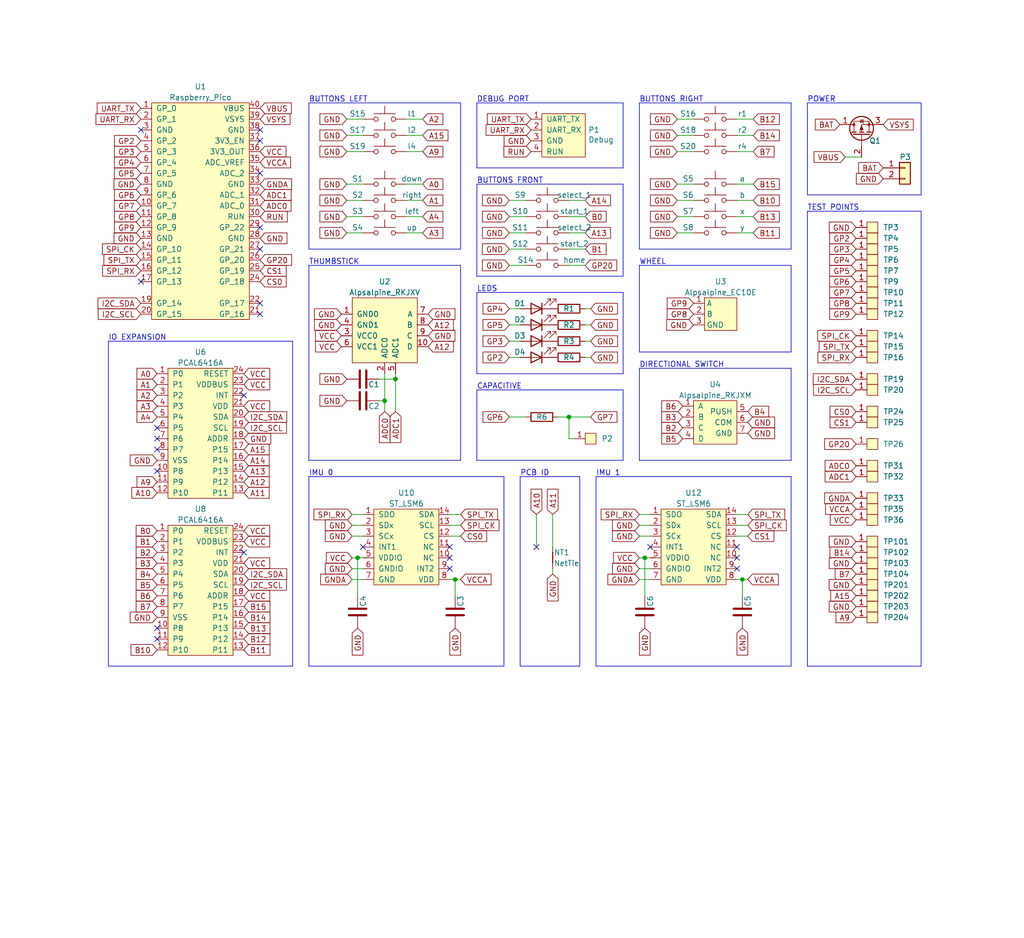
<source format=kicad_sch>
(kicad_sch (version 20231120) (generator "eeschema") (generator_version "8.0")
  (paper "User" 240.005 220.015)
  (title_block (title "Alpakka") (company "Input Labs Oy."))
  (junction (at 90.17 93.98))
  (junction (at 106.68 135.89))
  (junction (at 173.99 135.89))
  (junction (at 83.82 130.81))
  (junction (at 92.71 88.9))
  (junction (at 133.35 97.79))
  (junction (at 151.13 130.81))
  (no_connect (at 60.96 40.64))
  (no_connect (at 60.96 53.34))
  (no_connect (at 36.83 147.32))
  (no_connect (at 36.83 110.49))
  (no_connect (at 85.09 128.27))
  (no_connect (at 152.4 128.27))
  (no_connect (at 33.02 30.48))
  (no_connect (at 125.73 128.27))
  (no_connect (at 60.96 71.12))
  (no_connect (at 57.15 129.54))
  (no_connect (at 172.72 133.35))
  (no_connect (at 172.72 128.27))
  (no_connect (at 36.83 102.87))
  (no_connect (at 60.96 30.48))
  (no_connect (at 33.02 66.04))
  (no_connect (at 105.41 133.35))
  (no_connect (at 60.96 33.02))
  (no_connect (at 36.83 100.33))
  (no_connect (at 105.41 130.81))
  (no_connect (at 57.15 92.71))
  (no_connect (at 36.83 149.86))
  (no_connect (at 36.83 105.41))
  (no_connect (at 172.72 130.81))
  (no_connect (at 60.96 58.42))
  (no_connect (at 105.41 128.27))
  (no_connect (at 60.96 73.66))
  (wire (pts (xy 172.72 27.94) (xy 176.53 27.94)))
  (wire (pts (xy 82.55 123.19) (xy 85.09 123.19)))
  (wire (pts (xy 82.55 133.35) (xy 85.09 133.35)))
  (polyline (pts (xy 111.76 68.58) (xy 146.05 68.58)))
  (polyline (pts (xy 72.39 111.76) (xy 118.11 111.76)))
  (wire (pts (xy 107.95 120.65) (xy 105.41 120.65)))
  (polyline (pts (xy 111.76 87.63) (xy 146.05 87.63)))
  (wire (pts (xy 152.4 130.81) (xy 151.13 130.81)))
  (wire (pts (xy 158.75 50.8) (xy 162.56 50.8)))
  (polyline (pts (xy 185.42 107.95) (xy 185.42 86.36)))
  (polyline (pts (xy 149.86 86.36) (xy 149.86 107.95)))
  (wire (pts (xy 81.28 31.75) (xy 85.09 31.75)))
  (polyline (pts (xy 111.76 39.37) (xy 111.76 24.13)))
  (wire (pts (xy 83.82 130.81) (xy 82.55 130.81)))
  (polyline (pts (xy 185.42 86.36) (xy 149.86 86.36)))
  (wire (pts (xy 138.43 76.2) (xy 137.16 76.2)))
  (wire (pts (xy 81.28 46.99) (xy 85.09 46.99)))
  (wire (pts (xy 133.35 62.23) (xy 137.16 62.23)))
  (polyline (pts (xy 189.23 156.21) (xy 215.9 156.21)))
  (wire (pts (xy 119.38 58.42) (xy 123.19 58.42)))
  (wire (pts (xy 81.28 27.94) (xy 85.09 27.94)))
  (polyline (pts (xy 107.95 62.23) (xy 107.95 107.95)))
  (polyline (pts (xy 146.05 64.77) (xy 111.76 64.77)))
  (polyline (pts (xy 185.42 62.23) (xy 149.86 62.23)))
  (wire (pts (xy 172.72 46.99) (xy 176.53 46.99)))
  (wire (pts (xy 92.71 88.9) (xy 92.71 96.52)))
  (wire (pts (xy 95.25 35.56) (xy 99.06 35.56)))
  (polyline (pts (xy 118.11 111.76) (xy 118.11 156.21)))
  (wire (pts (xy 172.72 43.18) (xy 176.53 43.18)))
  (wire (pts (xy 149.86 125.73) (xy 152.4 125.73)))
  (polyline (pts (xy 68.58 156.21) (xy 25.4 156.21)))
  (polyline (pts (xy 25.4 80.01) (xy 25.4 156.21)))
  (wire (pts (xy 149.86 123.19) (xy 152.4 123.19)))
  (polyline (pts (xy 118.11 156.21) (xy 72.39 156.21)))
  (polyline (pts (xy 72.39 62.23) (xy 72.39 107.95)))
  (wire (pts (xy 133.35 58.42) (xy 137.16 58.42)))
  (wire (pts (xy 88.9 88.9) (xy 92.71 88.9)))
  (wire (pts (xy 95.25 46.99) (xy 99.06 46.99)))
  (wire (pts (xy 90.17 87.63) (xy 90.17 93.98)))
  (wire (pts (xy 138.43 72.39) (xy 137.16 72.39)))
  (polyline (pts (xy 189.23 49.53) (xy 215.9 49.53)))
  (wire (pts (xy 175.26 125.73) (xy 172.72 125.73)))
  (wire (pts (xy 130.81 97.79) (xy 133.35 97.79)))
  (wire (pts (xy 107.95 123.19) (xy 105.41 123.19)))
  (wire (pts (xy 133.35 102.87) (xy 134.62 102.87)))
  (polyline (pts (xy 107.95 58.42) (xy 107.95 24.13)))
  (wire (pts (xy 149.86 133.35) (xy 152.4 133.35)))
  (wire (pts (xy 85.09 130.81) (xy 83.82 130.81)))
  (wire (pts (xy 133.35 97.79) (xy 133.35 102.87)))
  (wire (pts (xy 173.99 135.89) (xy 173.99 139.7)))
  (wire (pts (xy 172.72 35.56) (xy 176.53 35.56)))
  (polyline (pts (xy 111.76 24.13) (xy 146.05 24.13)))
  (wire (pts (xy 107.95 125.73) (xy 105.41 125.73)))
  (wire (pts (xy 105.41 135.89) (xy 106.68 135.89)))
  (wire (pts (xy 133.35 46.99) (xy 137.16 46.99)))
  (wire (pts (xy 173.99 135.89) (xy 175.26 135.89)))
  (polyline (pts (xy 111.76 107.95) (xy 146.05 107.95)))
  (wire (pts (xy 133.35 50.8) (xy 137.16 50.8)))
  (wire (pts (xy 158.75 31.75) (xy 162.56 31.75)))
  (polyline (pts (xy 185.42 82.55) (xy 185.42 62.23)))
  (wire (pts (xy 149.86 135.89) (xy 152.4 135.89)))
  (polyline (pts (xy 107.95 24.13) (xy 72.39 24.13)))
  (wire (pts (xy 158.75 35.56) (xy 162.56 35.56)))
  (wire (pts (xy 95.25 43.18) (xy 99.06 43.18)))
  (wire (pts (xy 172.72 50.8) (xy 176.53 50.8)))
  (polyline (pts (xy 146.05 91.44) (xy 111.76 91.44)))
  (wire (pts (xy 95.25 54.61) (xy 99.06 54.61)))
  (wire (pts (xy 90.17 93.98) (xy 90.17 96.52)))
  (wire (pts (xy 119.38 80.01) (xy 121.92 80.01)))
  (wire (pts (xy 82.55 120.65) (xy 85.09 120.65)))
  (wire (pts (xy 119.38 97.79) (xy 123.19 97.79)))
  (polyline (pts (xy 111.76 39.37) (xy 146.05 39.37)))
  (polyline (pts (xy 185.42 156.21) (xy 139.7 156.21)))
  (wire (pts (xy 119.38 62.23) (xy 123.19 62.23)))
  (wire (pts (xy 119.38 72.39) (xy 121.92 72.39)))
  (wire (pts (xy 133.35 54.61) (xy 137.16 54.61)))
  (wire (pts (xy 149.86 120.65) (xy 152.4 120.65)))
  (polyline (pts (xy 25.4 80.01) (xy 68.58 80.01)))
  (wire (pts (xy 81.28 43.18) (xy 85.09 43.18)))
  (wire (pts (xy 175.26 123.19) (xy 172.72 123.19)))
  (wire (pts (xy 81.28 54.61) (xy 85.09 54.61)))
  (wire (pts (xy 82.55 135.89) (xy 85.09 135.89)))
  (wire (pts (xy 119.38 46.99) (xy 123.19 46.99)))
  (polyline (pts (xy 185.42 24.13) (xy 149.86 24.13)))
  (wire (pts (xy 175.26 120.65) (xy 172.72 120.65)))
  (polyline (pts (xy 139.7 111.76) (xy 139.7 156.21)))
  (polyline (pts (xy 149.86 24.13) (xy 149.86 58.42)))
  (wire (pts (xy 95.25 27.94) (xy 99.06 27.94)))
  (wire (pts (xy 106.68 135.89) (xy 107.95 135.89)))
  (wire (pts (xy 82.55 125.73) (xy 85.09 125.73)))
  (polyline (pts (xy 149.86 82.55) (xy 185.42 82.55)))
  (wire (pts (xy 198.12 36.83) (xy 201.93 36.83)))
  (wire (pts (xy 106.68 135.89) (xy 106.68 139.7)))
  (wire (pts (xy 172.72 135.89) (xy 173.99 135.89)))
  (wire (pts (xy 158.75 46.99) (xy 162.56 46.99)))
  (wire (pts (xy 129.54 120.65) (xy 129.54 128.27)))
  (wire (pts (xy 119.38 54.61) (xy 123.19 54.61)))
  (polyline (pts (xy 72.39 58.42) (xy 107.95 58.42)))
  (polyline (pts (xy 185.42 58.42) (xy 185.42 24.13)))
  (wire (pts (xy 119.38 50.8) (xy 123.19 50.8)))
  (wire (pts (xy 95.25 50.8) (xy 99.06 50.8)))
  (polyline (pts (xy 72.39 111.76) (xy 72.39 156.21)))
  (polyline (pts (xy 111.76 68.58) (xy 111.76 87.63)))
  (wire (pts (xy 81.28 50.8) (xy 85.09 50.8)))
  (wire (pts (xy 151.13 130.81) (xy 149.86 130.81)))
  (wire (pts (xy 158.75 54.61) (xy 162.56 54.61)))
  (wire (pts (xy 138.43 80.01) (xy 137.16 80.01)))
  (wire (pts (xy 81.28 35.56) (xy 85.09 35.56)))
  (polyline (pts (xy 111.76 91.44) (xy 111.76 107.95)))
  (polyline (pts (xy 146.05 107.95) (xy 146.05 91.44)))
  (polyline (pts (xy 146.05 24.13) (xy 146.05 39.37)))
  (wire (pts (xy 172.72 54.61) (xy 176.53 54.61)))
  (polyline (pts (xy 146.05 43.18) (xy 146.05 64.77)))
  (wire (pts (xy 158.75 27.94) (xy 162.56 27.94)))
  (polyline (pts (xy 149.86 62.23) (xy 149.86 82.55)))
  (wire (pts (xy 133.35 97.79) (xy 138.43 97.79)))
  (polyline (pts (xy 111.76 43.18) (xy 146.05 43.18)))
  (polyline (pts (xy 111.76 43.18) (xy 111.76 64.77)))
  (polyline (pts (xy 215.9 156.21) (xy 215.9 49.53)))
  (polyline (pts (xy 146.05 87.63) (xy 146.05 68.58)))
  (polyline (pts (xy 72.39 62.23) (xy 107.95 62.23)))
  (wire (pts (xy 158.75 43.18) (xy 162.56 43.18)))
  (wire (pts (xy 119.38 76.2) (xy 121.92 76.2)))
  (wire (pts (xy 172.72 31.75) (xy 176.53 31.75)))
  (wire (pts (xy 95.25 31.75) (xy 99.06 31.75)))
  (polyline (pts (xy 68.58 80.01) (xy 68.58 156.21)))
  (polyline (pts (xy 72.39 24.13) (xy 72.39 58.42)))
  (wire (pts (xy 119.38 83.82) (xy 121.92 83.82)))
  (polyline (pts (xy 149.86 107.95) (xy 185.42 107.95)))
  (wire (pts (xy 151.13 139.7) (xy 151.13 130.81)))
  (polyline (pts (xy 189.23 49.53) (xy 189.23 156.21)))
  (polyline (pts (xy 185.42 111.76) (xy 185.42 156.21)))
  (wire (pts (xy 138.43 83.82) (xy 137.16 83.82)))
  (wire (pts (xy 92.71 87.63) (xy 92.71 88.9)))
  (wire (pts (xy 90.17 93.98) (xy 88.9 93.98)))
  (wire (pts (xy 129.54 133.35) (xy 129.54 134.62)))
  (polyline (pts (xy 107.95 107.95) (xy 72.39 107.95)))
  (wire (pts (xy 125.73 120.65) (xy 125.73 128.27)))
  (polyline (pts (xy 139.7 111.76) (xy 185.42 111.76)))
  (wire (pts (xy 83.82 139.7) (xy 83.82 130.81)))
  (polyline (pts (xy 149.86 58.42) (xy 185.42 58.42)))
  (rectangle (start 189.23 24.13) (end 215.9 45.72))
  (rectangle (start 121.92 111.76) (end 135.89 156.21))
  (text "WHEEL\n" (at 149.86 62.23 0) (effects (font (size 1.27 1.27)) (justify left bottom)))
  (text "DEBUG PORT" (at 111.76 24.13 0) (effects (font (size 1.27 1.27)) (justify left bottom)))
  (text "THUMBSTICK" (at 72.39 62.23 0) (effects (font (size 1.27 1.27)) (justify left bottom)))
  (text "IMU 0" (at 72.39 111.76 0) (effects (font (size 1.27 1.27)) (justify left bottom)))
  (text "PCB ID" (at 121.92 111.76 0) (effects (font (size 1.27 1.27)) (justify left bottom)))
  (text "IMU 1" (at 139.7 111.76 0) (effects (font (size 1.27 1.27)) (justify left bottom)))
  (text "BUTTONS FRONT" (at 111.76 43.18 0) (effects (font (size 1.27 1.27)) (justify left bottom)))
  (text "TEST POINTS" (at 189.23 49.53 0) (effects (font (size 1.27 1.27)) (justify left bottom)))
  (text "DIRECTIONAL SWITCH" (at 149.86 86.36 0) (effects (font (size 1.27 1.27)) (justify left bottom)))
  (text "CAPACITIVE" (at 111.76 91.44 0) (effects (font (size 1.27 1.27)) (justify left bottom)))
  (text "IO EXPANSION" (at 25.4 80.01 0) (effects (font (size 1.27 1.27)) (justify left bottom)))
  (text "LEDS" (at 111.76 68.58 0) (effects (font (size 1.27 1.27)) (justify left bottom)))
  (text "BUTTONS LEFT" (at 72.39 24.13 0) (effects (font (size 1.27 1.27)) (justify left bottom)))
  (text "BUTTONS RIGHT" (at 149.86 24.13 0) (effects (font (size 1.27 1.27)) (justify left bottom)))
  (text "POWER" (at 189.23 24.13 0) (effects (font (size 1.27 1.27)) (justify left bottom)))
  (global_label "CS0" (shape input) (at 60.96 66.04 0) (property "Intersheetrefs" "${INTERSHEET_REFS}" (effects (hide yes))))
  (global_label "B0" (shape input) (at 137.16 50.8 0) (property "Intersheetrefs" "${INTERSHEET_REFS}" (effects (hide yes))))
  (global_label "I2C_SCL" (shape input) (at 57.15 100.33 0) (property "Intersheetrefs" "${INTERSHEET_REFS}" (effects (hide yes))))
  (global_label "VCC" (shape input) (at 82.55 130.81 180) (property "Intersheetrefs" "${INTERSHEET_REFS}" (effects (hide yes))))
  (global_label "B12" (shape input) (at 176.53 27.94 0) (property "Intersheetrefs" "${INTERSHEET_REFS}" (effects (hide yes))))
  (global_label "GND" (shape input) (at 200.66 127 180) (property "Intersheetrefs" "${INTERSHEET_REFS}" (effects (hide yes))))
  (global_label "GNDA" (shape input) (at 82.55 135.89 180) (property "Intersheetrefs" "${INTERSHEET_REFS}" (effects (hide yes))))
  (global_label "GND" (shape input) (at 80.01 76.2 180) (property "Intersheetrefs" "${INTERSHEET_REFS}" (effects (hide yes))))
  (global_label "GND" (shape input) (at 100.33 73.66 0) (property "Intersheetrefs" "${INTERSHEET_REFS}" (effects (hide yes))))
  (global_label "SPI_RX" (shape input) (at 33.02 63.5 180) (property "Intersheetrefs" "${INTERSHEET_REFS}" (effects (hide yes))))
  (global_label "B14" (shape input) (at 200.66 129.54 180) (property "Intersheetrefs" "${INTERSHEET_REFS}" (effects (hide yes))))
  (global_label "GND" (shape input) (at 200.66 53.34 180) (property "Intersheetrefs" "${INTERSHEET_REFS}" (effects (hide yes))))
  (global_label "GND" (shape input) (at 33.02 55.88 180) (property "Intersheetrefs" "${INTERSHEET_REFS}" (effects (hide yes))))
  (global_label "SPI_RX" (shape input) (at 200.66 83.82 180) (property "Intersheetrefs" "${INTERSHEET_REFS}" (effects (hide yes))))
  (global_label "GND" (shape input) (at 200.66 142.24 180) (property "Intersheetrefs" "${INTERSHEET_REFS}" (effects (hide yes))))
  (global_label "GP9" (shape input) (at 33.02 53.34 180) (property "Intersheetrefs" "${INTERSHEET_REFS}" (effects (hide yes))))
  (global_label "BAT" (shape input) (at 207.01 39.37 180) (property "Intersheetrefs" "${INTERSHEET_REFS}" (effects (hide yes))))
  (global_label "A15" (shape input) (at 57.15 105.41 0) (property "Intersheetrefs" "${INTERSHEET_REFS}" (effects (hide yes))))
  (global_label "A14" (shape input) (at 57.15 107.95 0) (property "Intersheetrefs" "${INTERSHEET_REFS}" (effects (hide yes))))
  (global_label "ADC0" (shape input) (at 200.66 109.22 180) (property "Intersheetrefs" "${INTERSHEET_REFS}" (effects (hide yes))))
  (global_label "GND" (shape input) (at 158.75 27.94 180) (property "Intersheetrefs" "${INTERSHEET_REFS}" (effects (hide yes))))
  (global_label "GP6" (shape input) (at 200.66 66.04 180) (property "Intersheetrefs" "${INTERSHEET_REFS}" (effects (hide yes))))
  (global_label "VCCA" (shape input) (at 175.26 135.89 0) (property "Intersheetrefs" "${INTERSHEET_REFS}" (effects (hide yes))))
  (global_label "ADC1" (shape input) (at 60.96 45.72 0) (property "Intersheetrefs" "${INTERSHEET_REFS}" (effects (hide yes))))
  (global_label "UART_RX" (shape input) (at 33.02 27.94 180) (property "Intersheetrefs" "${INTERSHEET_REFS}" (effects (hide yes))))
  (global_label "I2C_SDA" (shape input) (at 57.15 134.62 0) (property "Intersheetrefs" "${INTERSHEET_REFS}" (effects (hide yes))))
  (global_label "GND" (shape input) (at 138.43 72.39 0) (property "Intersheetrefs" "${INTERSHEET_REFS}" (effects (hide yes))))
  (global_label "A4" (shape input) (at 99.06 50.8 0) (property "Intersheetrefs" "${INTERSHEET_REFS}" (effects (hide yes))))
  (global_label "SPI_RX" (shape input) (at 149.86 120.65 180) (property "Intersheetrefs" "${INTERSHEET_REFS}" (effects (hide yes))))
  (global_label "A4" (shape input) (at 36.83 97.79 180) (property "Intersheetrefs" "${INTERSHEET_REFS}" (effects (hide yes))))
  (global_label "VCC" (shape input) (at 57.15 132.08 0) (property "Intersheetrefs" "${INTERSHEET_REFS}" (effects (hide yes))))
  (global_label "GND" (shape input) (at 119.38 46.99 180) (property "Intersheetrefs" "${INTERSHEET_REFS}" (effects (hide yes))))
  (global_label "GND" (shape input) (at 119.38 62.23 180) (property "Intersheetrefs" "${INTERSHEET_REFS}" (effects (hide yes))))
  (global_label "GND" (shape input) (at 175.26 99.06 0) (property "Intersheetrefs" "${INTERSHEET_REFS}" (effects (hide yes))))
  (global_label "A11" (shape input) (at 129.54 120.65 90) (property "Intersheetrefs" "${INTERSHEET_REFS}" (effects (hide yes))))
  (global_label "A10" (shape input) (at 36.83 115.57 180) (property "Intersheetrefs" "${INTERSHEET_REFS}" (effects (hide yes))))
  (global_label "SPI_CK" (shape input) (at 107.95 123.19 0) (property "Intersheetrefs" "${INTERSHEET_REFS}" (effects (hide yes))))
  (global_label "GP8" (shape input) (at 200.66 71.12 180) (property "Intersheetrefs" "${INTERSHEET_REFS}" (effects (hide yes))))
  (global_label "GND" (shape input) (at 80.01 73.66 180) (property "Intersheetrefs" "${INTERSHEET_REFS}" (effects (hide yes))))
  (global_label "B4" (shape input) (at 175.26 96.52 0) (property "Intersheetrefs" "${INTERSHEET_REFS}" (effects (hide yes))))
  (global_label "A9" (shape input) (at 200.66 144.78 180) (property "Intersheetrefs" "${INTERSHEET_REFS}" (effects (hide yes))))
  (global_label "VSYS" (shape input) (at 207.01 29.21 0) (property "Intersheetrefs" "${INTERSHEET_REFS}" (effects (hide yes))))
  (global_label "I2C_SDA" (shape input) (at 57.15 97.79 0) (property "Intersheetrefs" "${INTERSHEET_REFS}" (effects (hide yes))))
  (global_label "GNDA" (shape input) (at 149.86 135.89 180) (property "Intersheetrefs" "${INTERSHEET_REFS}" (effects (hide yes))))
  (global_label "GP3" (shape input) (at 200.66 58.42 180) (property "Intersheetrefs" "${INTERSHEET_REFS}" (effects (hide yes))))
  (global_label "GND" (shape input) (at 100.33 78.74 0) (property "Intersheetrefs" "${INTERSHEET_REFS}" (effects (hide yes))))
  (global_label "VCC" (shape input) (at 57.15 139.7 0) (property "Intersheetrefs" "${INTERSHEET_REFS}" (effects (hide yes))))
  (global_label "RUN" (shape input) (at 60.96 50.8 0) (property "Intersheetrefs" "${INTERSHEET_REFS}" (effects (hide yes))))
  (global_label "B11" (shape input) (at 57.15 152.4 0) (property "Intersheetrefs" "${INTERSHEET_REFS}" (effects (hide yes))))
  (global_label "VCCA" (shape input) (at 60.96 38.1 0) (property "Intersheetrefs" "${INTERSHEET_REFS}" (effects (hide yes))))
  (global_label "A11" (shape input) (at 57.15 115.57 0) (property "Intersheetrefs" "${INTERSHEET_REFS}" (effects (hide yes))))
  (global_label "VCC" (shape input) (at 57.15 90.17 0) (property "Intersheetrefs" "${INTERSHEET_REFS}" (effects (hide yes))))
  (global_label "GND" (shape input) (at 81.28 31.75 180) (property "Intersheetrefs" "${INTERSHEET_REFS}" (effects (hide yes))))
  (global_label "VSYS" (shape input) (at 60.96 27.94 0) (property "Intersheetrefs" "${INTERSHEET_REFS}" (effects (hide yes))))
  (global_label "B1" (shape input) (at 137.16 58.42 0) (property "Intersheetrefs" "${INTERSHEET_REFS}" (effects (hide yes))))
  (global_label "GP2" (shape input) (at 119.38 83.82 180) (property "Intersheetrefs" "${INTERSHEET_REFS}" (effects (hide yes))))
  (global_label "SPI_RX" (shape input) (at 82.55 120.65 180) (property "Intersheetrefs" "${INTERSHEET_REFS}" (effects (hide yes))))
  (global_label "A9" (shape input) (at 36.83 113.03 180) (property "Intersheetrefs" "${INTERSHEET_REFS}" (effects (hide yes))))
  (global_label "A2" (shape input) (at 36.83 92.71 180) (property "Intersheetrefs" "${INTERSHEET_REFS}" (effects (hide yes))))
  (global_label "GND" (shape input) (at 119.38 50.8 180) (property "Intersheetrefs" "${INTERSHEET_REFS}" (effects (hide yes))))
  (global_label "GND" (shape input) (at 81.28 27.94 180) (property "Intersheetrefs" "${INTERSHEET_REFS}" (effects (hide yes))))
  (global_label "VCC" (shape input) (at 149.86 130.81 180) (property "Intersheetrefs" "${INTERSHEET_REFS}" (effects (hide yes))))
  (global_label "BAT" (shape input) (at 196.85 29.21 180) (property "Intersheetrefs" "${INTERSHEET_REFS}" (effects (hide yes))))
  (global_label "GND" (shape input) (at 138.43 83.82 0) (property "Intersheetrefs" "${INTERSHEET_REFS}" (effects (hide yes))))
  (global_label "A1" (shape input) (at 36.83 90.17 180) (property "Intersheetrefs" "${INTERSHEET_REFS}" (effects (hide yes))))
  (global_label "GP20" (shape input) (at 137.16 62.23 0) (property "Intersheetrefs" "${INTERSHEET_REFS}" (effects (hide yes))))
  (global_label "VBUS" (shape input) (at 198.12 36.83 180) (property "Intersheetrefs" "${INTERSHEET_REFS}" (effects (hide yes))))
  (global_label "GP6" (shape input) (at 119.38 97.79 180) (property "Intersheetrefs" "${INTERSHEET_REFS}" (effects (hide yes))))
  (global_label "GP20" (shape input) (at 60.96 60.96 0) (property "Intersheetrefs" "${INTERSHEET_REFS}" (effects (hide yes))))
  (global_label "B5" (shape input) (at 160.02 102.87 180) (property "Intersheetrefs" "${INTERSHEET_REFS}" (effects (hide yes))))
  (global_label "GND" (shape input) (at 82.55 123.19 180) (property "Intersheetrefs" "${INTERSHEET_REFS}" (effects (hide yes))))
  (global_label "GND" (shape input) (at 158.75 35.56 180) (property "Intersheetrefs" "${INTERSHEET_REFS}" (effects (hide yes))))
  (global_label "GP8" (shape input) (at 162.56 73.66 180) (property "Intersheetrefs" "${INTERSHEET_REFS}" (effects (hide yes))))
  (global_label "B3" (shape input) (at 36.83 132.08 180) (property "Intersheetrefs" "${INTERSHEET_REFS}" (effects (hide yes))))
  (global_label "B2" (shape input) (at 36.83 129.54 180) (property "Intersheetrefs" "${INTERSHEET_REFS}" (effects (hide yes))))
  (global_label "GP4" (shape input) (at 119.38 72.39 180) (property "Intersheetrefs" "${INTERSHEET_REFS}" (effects (hide yes))))
  (global_label "B11" (shape input) (at 176.53 54.61 0) (property "Intersheetrefs" "${INTERSHEET_REFS}" (effects (hide yes))))
  (global_label "GND" (shape input) (at 149.86 123.19 180) (property "Intersheetrefs" "${INTERSHEET_REFS}" (effects (hide yes))))
  (global_label "SPI_CK" (shape input) (at 175.26 123.19 0) (property "Intersheetrefs" "${INTERSHEET_REFS}" (effects (hide yes))))
  (global_label "CS0" (shape input) (at 107.95 125.73 0) (property "Intersheetrefs" "${INTERSHEET_REFS}" (effects (hide yes))))
  (global_label "B15" (shape input) (at 57.15 142.24 0) (property "Intersheetrefs" "${INTERSHEET_REFS}" (effects (hide yes))))
  (global_label "GP7" (shape input) (at 138.43 97.79 0) (property "Intersheetrefs" "${INTERSHEET_REFS}" (effects (hide yes))))
  (global_label "VCC" (shape input) (at 57.15 127 0) (property "Intersheetrefs" "${INTERSHEET_REFS}" (effects (hide yes))))
  (global_label "GP9" (shape input) (at 200.66 73.66 180) (property "Intersheetrefs" "${INTERSHEET_REFS}" (effects (hide yes))))
  (global_label "A13" (shape input) (at 137.16 54.61 0) (property "Intersheetrefs" "${INTERSHEET_REFS}" (effects (hide yes))))
  (global_label "A0" (shape input) (at 99.06 43.18 0) (property "Intersheetrefs" "${INTERSHEET_REFS}" (effects (hide yes))))
  (global_label "GND" (shape input) (at 200.66 137.16 180) (property "Intersheetrefs" "${INTERSHEET_REFS}" (effects (hide yes))))
  (global_label "A3" (shape input) (at 36.83 95.25 180) (property "Intersheetrefs" "${INTERSHEET_REFS}" (effects (hide yes))))
  (global_label "GND" (shape input) (at 106.68 147.32 270) (property "Intersheetrefs" "${INTERSHEET_REFS}" (effects (hide yes))))
  (global_label "GND" (shape input) (at 81.28 43.18 180) (property "Intersheetrefs" "${INTERSHEET_REFS}" (effects (hide yes))))
  (global_label "GP3" (shape input) (at 119.38 80.01 180) (property "Intersheetrefs" "${INTERSHEET_REFS}" (effects (hide yes))))
  (global_label "GND" (shape input) (at 81.28 35.56 180) (property "Intersheetrefs" "${INTERSHEET_REFS}" (effects (hide yes))))
  (global_label "GND" (shape input) (at 57.15 102.87 0) (property "Intersheetrefs" "${INTERSHEET_REFS}" (effects (hide yes))))
  (global_label "CS0" (shape input) (at 200.66 96.52 180) (property "Intersheetrefs" "${INTERSHEET_REFS}" (effects (hide yes))))
  (global_label "GP6" (shape input) (at 33.02 45.72 180) (property "Intersheetrefs" "${INTERSHEET_REFS}" (effects (hide yes))))
  (global_label "GND" (shape input) (at 81.28 93.98 180) (property "Intersheetrefs" "${INTERSHEET_REFS}" (effects (hide yes))))
  (global_label "A2" (shape input) (at 99.06 27.94 0) (property "Intersheetrefs" "${INTERSHEET_REFS}" (effects (hide yes))))
  (global_label "VCC" (shape input) (at 80.01 81.28 180) (property "Intersheetrefs" "${INTERSHEET_REFS}" (effects (hide yes))))
  (global_label "GP4" (shape input) (at 33.02 38.1 180) (property "Intersheetrefs" "${INTERSHEET_REFS}" (effects (hide yes))))
  (global_label "B0" (shape input) (at 36.83 124.46 180) (property "Intersheetrefs" "${INTERSHEET_REFS}" (effects (hide yes))))
  (global_label "GP2" (shape input) (at 200.66 55.88 180) (property "Intersheetrefs" "${INTERSHEET_REFS}" (effects (hide yes))))
  (global_label "VCC" (shape input) (at 200.66 121.92 180) (property "Intersheetrefs" "${INTERSHEET_REFS}" (effects (hide yes))))
  (global_label "A14" (shape input) (at 137.16 46.99 0) (property "Intersheetrefs" "${INTERSHEET_REFS}" (effects (hide yes))))
  (global_label "GP3" (shape input) (at 33.02 35.56 180) (property "Intersheetrefs" "${INTERSHEET_REFS}" (effects (hide yes))))
  (global_label "VBUS" (shape input) (at 60.96 25.4 0) (property "Intersheetrefs" "${INTERSHEET_REFS}" (effects (hide yes))))
  (global_label "ADC0" (shape input) (at 90.17 96.52 270) (property "Intersheetrefs" "${INTERSHEET_REFS}" (effects (hide yes))))
  (global_label "GND" (shape input) (at 83.82 147.32 270) (property "Intersheetrefs" "${INTERSHEET_REFS}" (effects (hide yes))))
  (global_label "GND" (shape input) (at 60.96 55.88 0) (property "Intersheetrefs" "${INTERSHEET_REFS}" (effects (hide yes))))
  (global_label "A12" (shape input) (at 100.33 76.2 0) (property "Intersheetrefs" "${INTERSHEET_REFS}" (effects (hide yes))))
  (global_label "SPI_TX" (shape input) (at 107.95 120.65 0) (property "Intersheetrefs" "${INTERSHEET_REFS}" (effects (hide yes))))
  (global_label "GND" (shape input) (at 151.13 147.32 270) (property "Intersheetrefs" "${INTERSHEET_REFS}" (effects (hide yes))))
  (global_label "B10" (shape input) (at 176.53 46.99 0) (property "Intersheetrefs" "${INTERSHEET_REFS}" (effects (hide yes))))
  (global_label "GND" (shape input) (at 124.46 33.02 180) (property "Intersheetrefs" "${INTERSHEET_REFS}" (effects (hide yes))))
  (global_label "A9" (shape input) (at 99.06 35.56 0) (property "Intersheetrefs" "${INTERSHEET_REFS}" (effects (hide yes))))
  (global_label "GP8" (shape input) (at 33.02 50.8 180) (property "Intersheetrefs" "${INTERSHEET_REFS}" (effects (hide yes))))
  (global_label "GND" (shape input) (at 158.75 46.99 180) (property "Intersheetrefs" "${INTERSHEET_REFS}" (effects (hide yes))))
  (global_label "B5" (shape input) (at 36.83 137.16 180) (property "Intersheetrefs" "${INTERSHEET_REFS}" (effects (hide yes))))
  (global_label "GNDA" (shape input) (at 60.96 43.18 0) (property "Intersheetrefs" "${INTERSHEET_REFS}" (effects (hide yes))))
  (global_label "I2C_SCL" (shape input) (at 57.15 137.16 0) (property "Intersheetrefs" "${INTERSHEET_REFS}" (effects (hide yes))))
  (global_label "GP4" (shape input) (at 200.66 60.96 180) (property "Intersheetrefs" "${INTERSHEET_REFS}" (effects (hide yes))))
  (global_label "UART_TX" (shape input) (at 124.46 27.94 180) (property "Intersheetrefs" "${INTERSHEET_REFS}" (effects (hide yes))))
  (global_label "SPI_TX" (shape input) (at 175.26 120.65 0) (property "Intersheetrefs" "${INTERSHEET_REFS}" (effects (hide yes))))
  (global_label "A3" (shape input) (at 99.06 54.61 0) (property "Intersheetrefs" "${INTERSHEET_REFS}" (effects (hide yes))))
  (global_label "B3" (shape input) (at 160.02 97.79 180) (property "Intersheetrefs" "${INTERSHEET_REFS}" (effects (hide yes))))
  (global_label "GND" (shape input) (at 138.43 76.2 0) (property "Intersheetrefs" "${INTERSHEET_REFS}" (effects (hide yes))))
  (global_label "GND" (shape input) (at 149.86 133.35 180) (property "Intersheetrefs" "${INTERSHEET_REFS}" (effects (hide yes))))
  (global_label "GND" (shape input) (at 158.75 50.8 180) (property "Intersheetrefs" "${INTERSHEET_REFS}" (effects (hide yes))))
  (global_label "UART_TX" (shape input) (at 33.02 25.4 180) (property "Intersheetrefs" "${INTERSHEET_REFS}" (effects (hide yes))))
  (global_label "GND" (shape input) (at 175.26 101.6 0) (property "Intersheetrefs" "${INTERSHEET_REFS}" (effects (hide yes))))
  (global_label "GP5" (shape input) (at 200.66 63.5 180) (property "Intersheetrefs" "${INTERSHEET_REFS}" (effects (hide yes))))
  (global_label "CS1" (shape input) (at 60.96 63.5 0) (property "Intersheetrefs" "${INTERSHEET_REFS}" (effects (hide yes))))
  (global_label "GND" (shape input) (at 200.66 132.08 180) (property "Intersheetrefs" "${INTERSHEET_REFS}" (effects (hide yes))))
  (global_label "B10" (shape input) (at 36.83 152.4 180) (property "Intersheetrefs" "${INTERSHEET_REFS}" (effects (hide yes))))
  (global_label "B6" (shape input) (at 160.02 95.25 180) (property "Intersheetrefs" "${INTERSHEET_REFS}" (effects (hide yes))))
  (global_label "CS1" (shape input) (at 175.26 125.73 0) (property "Intersheetrefs" "${INTERSHEET_REFS}" (effects (hide yes))))
  (global_label "B6" (shape input) (at 36.83 139.7 180) (property "Intersheetrefs" "${INTERSHEET_REFS}" (effects (hide yes))))
  (global_label "GND" (shape input) (at 158.75 31.75 180) (property "Intersheetrefs" "${INTERSHEET_REFS}" (effects (hide yes))))
  (global_label "ADC1" (shape input) (at 200.66 111.76 180) (property "Intersheetrefs" "${INTERSHEET_REFS}" (effects (hide yes))))
  (global_label "GND" (shape input) (at 82.55 133.35 180) (property "Intersheetrefs" "${INTERSHEET_REFS}" (effects (hide yes))))
  (global_label "GND" (shape input) (at 81.28 88.9 180) (property "Intersheetrefs" "${INTERSHEET_REFS}" (effects (hide yes))))
  (global_label "B7" (shape input) (at 176.53 35.56 0) (property "Intersheetrefs" "${INTERSHEET_REFS}" (effects (hide yes))))
  (global_label "GP7" (shape input) (at 200.66 68.58 180) (property "Intersheetrefs" "${INTERSHEET_REFS}" (effects (hide yes))))
  (global_label "GND" (shape input) (at 36.83 144.78 180) (property "Intersheetrefs" "${INTERSHEET_REFS}" (effects (hide yes))))
  (global_label "B14" (shape input) (at 57.15 144.78 0) (property "Intersheetrefs" "${INTERSHEET_REFS}" (effects (hide yes))))
  (global_label "B12" (shape input) (at 57.15 149.86 0) (property "Intersheetrefs" "${INTERSHEET_REFS}" (effects (hide yes))))
  (global_label "B13" (shape input) (at 176.53 50.8 0) (property "Intersheetrefs" "${INTERSHEET_REFS}" (effects (hide yes))))
  (global_label "VCCA" (shape input) (at 200.66 119.38 180) (property "Intersheetrefs" "${INTERSHEET_REFS}" (effects (hide yes))))
  (global_label "GND" (shape input) (at 81.28 50.8 180) (property "Intersheetrefs" "${INTERSHEET_REFS}" (effects (hide yes))))
  (global_label "GND" (shape input) (at 207.01 41.91 180) (property "Intersheetrefs" "${INTERSHEET_REFS}" (effects (hide yes))))
  (global_label "SPI_CK" (shape input) (at 200.66 78.74 180) (property "Intersheetrefs" "${INTERSHEET_REFS}" (effects (hide yes))))
  (global_label "A0" (shape input) (at 36.83 87.63 180) (property "Intersheetrefs" "${INTERSHEET_REFS}" (effects (hide yes))))
  (global_label "B1" (shape input) (at 36.83 127 180) (property "Intersheetrefs" "${INTERSHEET_REFS}" (effects (hide yes))))
  (global_label "A10" (shape input) (at 125.73 120.65 90) (property "Intersheetrefs" "${INTERSHEET_REFS}" (effects (hide yes))))
  (global_label "GND" (shape input) (at 33.02 43.18 180) (property "Intersheetrefs" "${INTERSHEET_REFS}" (effects (hide yes))))
  (global_label "VCC" (shape input) (at 57.15 87.63 0) (property "Intersheetrefs" "${INTERSHEET_REFS}" (effects (hide yes))))
  (global_label "VCCA" (shape input) (at 107.95 135.89 0) (property "Intersheetrefs" "${INTERSHEET_REFS}" (effects (hide yes))))
  (global_label "B15" (shape input) (at 176.53 43.18 0) (property "Intersheetrefs" "${INTERSHEET_REFS}" (effects (hide yes))))
  (global_label "GP20" (shape input) (at 200.66 104.14 180) (property "Intersheetrefs" "${INTERSHEET_REFS}" (effects (hide yes))))
  (global_label "VCC" (shape input) (at 57.15 124.46 0) (property "Intersheetrefs" "${INTERSHEET_REFS}" (effects (hide yes))))
  (global_label "GND" (shape input) (at 138.43 80.01 0) (property "Intersheetrefs" "${INTERSHEET_REFS}" (effects (hide yes))))
  (global_label "GND" (shape input) (at 119.38 54.61 180) (property "Intersheetrefs" "${INTERSHEET_REFS}" (effects (hide yes))))
  (global_label "ADC0" (shape input) (at 60.96 48.26 0) (property "Intersheetrefs" "${INTERSHEET_REFS}" (effects (hide yes))))
  (global_label "A12" (shape input) (at 57.15 113.03 0) (property "Intersheetrefs" "${INTERSHEET_REFS}" (effects (hide yes))))
  (global_label "GND" (shape input) (at 149.86 125.73 180) (property "Intersheetrefs" "${INTERSHEET_REFS}" (effects (hide yes))))
  (global_label "GND" (shape input) (at 158.75 54.61 180) (property "Intersheetrefs" "${INTERSHEET_REFS}" (effects (hide yes))))
  (global_label "GND" (shape input) (at 81.28 54.61 180) (property "Intersheetrefs" "${INTERSHEET_REFS}" (effects (hide yes))))
  (global_label "I2C_SDA" (shape input) (at 200.66 88.9 180) (property "Intersheetrefs" "${INTERSHEET_REFS}" (effects (hide yes))))
  (global_label "GND" (shape input) (at 119.38 58.42 180) (property "Intersheetrefs" "${INTERSHEET_REFS}" (effects (hide yes))))
  (global_label "GND" (shape input) (at 82.55 125.73 180) (property "Intersheetrefs" "${INTERSHEET_REFS}" (effects (hide yes))))
  (global_label "GP9" (shape input) (at 162.56 71.12 180) (property "Intersheetrefs" "${INTERSHEET_REFS}" (effects (hide yes))))
  (global_label "UART_RX" (shape input) (at 124.46 30.48 180) (property "Intersheetrefs" "${INTERSHEET_REFS}" (effects (hide yes))))
  (global_label "A15" (shape input) (at 200.66 139.7 180) (property "Intersheetrefs" "${INTERSHEET_REFS}" (effects (hide yes))))
  (global_label "CS1" (shape input) (at 200.66 99.06 180) (property "Intersheetrefs" "${INTERSHEET_REFS}" (effects (hide yes))))
  (global_label "VCC" (shape input) (at 80.01 78.74 180) (property "Intersheetrefs" "${INTERSHEET_REFS}" (effects (hide yes))))
  (global_label "GP5" (shape input) (at 119.38 76.2 180) (property "Intersheetrefs" "${INTERSHEET_REFS}" (effects (hide yes))))
  (global_label "B2" (shape input) (at 160.02 100.33 180) (property "Intersheetrefs" "${INTERSHEET_REFS}" (effects (hide yes))))
  (global_label "GND" (shape input) (at 158.75 43.18 180) (property "Intersheetrefs" "${INTERSHEET_REFS}" (effects (hide yes))))
  (global_label "GND" (shape input) (at 173.99 147.32 270) (property "Intersheetrefs" "${INTERSHEET_REFS}" (effects (hide yes))))
  (global_label "B14" (shape input) (at 176.53 31.75 0) (property "Intersheetrefs" "${INTERSHEET_REFS}" (effects (hide yes))))
  (global_label "B7" (shape input) (at 200.66 134.62 180) (property "Intersheetrefs" "${INTERSHEET_REFS}" (effects (hide yes))))
  (global_label "SPI_CK" (shape input) (at 33.02 58.42 180) (property "Intersheetrefs" "${INTERSHEET_REFS}" (effects (hide yes))))
  (global_label "SPI_TX" (shape input) (at 200.66 81.28 180) (property "Intersheetrefs" "${INTERSHEET_REFS}" (effects (hide yes))))
  (global_label "I2C_SDA" (shape input) (at 33.02 71.12 180) (property "Intersheetrefs" "${INTERSHEET_REFS}" (effects (hide yes))))
  (global_label "GP5" (shape input) (at 33.02 40.64 180) (property "Intersheetrefs" "${INTERSHEET_REFS}" (effects (hide yes))))
  (global_label "ADC1" (shape input) (at 92.71 96.52 270) (property "Intersheetrefs" "${INTERSHEET_REFS}" (effects (hide yes))))
  (global_label "I2C_SCL" (shape input) (at 33.02 73.66 180) (property "Intersheetrefs" "${INTERSHEET_REFS}" (effects (hide yes))))
  (global_label "B13" (shape input) (at 57.15 147.32 0) (property "Intersheetrefs" "${INTERSHEET_REFS}" (effects (hide yes))))
  (global_label "SPI_TX" (shape input) (at 33.02 60.96 180) (property "Intersheetrefs" "${INTERSHEET_REFS}" (effects (hide yes))))
  (global_label "GND" (shape input) (at 81.28 46.99 180) (property "Intersheetrefs" "${INTERSHEET_REFS}" (effects (hide yes))))
  (global_label "RUN" (shape input) (at 124.46 35.56 180) (property "Intersheetrefs" "${INTERSHEET_REFS}" (effects (hide yes))))
  (global_label "A1" (shape input) (at 99.06 46.99 0) (property "Intersheetrefs" "${INTERSHEET_REFS}" (effects (hide yes))))
  (global_label "B7" (shape input) (at 36.83 142.24 180) (property "Intersheetrefs" "${INTERSHEET_REFS}" (effects (hide yes))))
  (global_label "VCC" (shape input) (at 57.15 95.25 0) (property "Intersheetrefs" "${INTERSHEET_REFS}" (effects (hide yes))))
  (global_label "I2C_SCL" (shape input) (at 200.66 91.44 180) (property "Intersheetrefs" "${INTERSHEET_REFS}" (effects (hide yes))))
  (global_label "GND" (shape input) (at 36.83 107.95 180) (property "Intersheetrefs" "${INTERSHEET_REFS}" (effects (hide yes))))
  (global_label "GP7" (shape input) (at 33.02 48.26 180) (property "Intersheetrefs" "${INTERSHEET_REFS}" (effects (hide yes))))
  (global_label "GNDA" (shape input) (at 200.66 116.84 180) (property "Intersheetrefs" "${INTERSHEET_REFS}" (effects (hide yes))))
  (global_label "GP2" (shape input) (at 33.02 33.02 180) (property "Intersheetrefs" "${INTERSHEET_REFS}" (effects (hide yes))))
  (global_label "GND" (shape input) (at 129.54 134.62 270) (property "Intersheetrefs" "${INTERSHEET_REFS}" (effects (hide yes))))
  (global_label "B4" (shape input) (at 36.83 134.62 180) (property "Intersheetrefs" "${INTERSHEET_REFS}" (effects (hide yes))))
  (global_label "GND" (shape input) (at 162.56 76.2 180) (property "Intersheetrefs" "${INTERSHEET_REFS}" (effects (hide yes))))
  (global_label "A13" (shape input) (at 57.15 110.49 0) (property "Intersheetrefs" "${INTERSHEET_REFS}" (effects (hide yes))))
  (global_label "VCC" (shape input) (at 60.96 35.56 0) (property "Intersheetrefs" "${INTERSHEET_REFS}" (effects (hide yes))))
  (global_label "A12" (shape input) (at 100.33 81.28 0) (property "Intersheetrefs" "${INTERSHEET_REFS}" (effects (hide yes))))
  (global_label "A15" (shape input) (at 99.06 31.75 0) (property "Intersheetrefs" "${INTERSHEET_REFS}" (effects (hide yes))))
  (symbol (lib_id "ILO_sym:Raspberry_Pico") (at 46.99 48.26 0) (unit 1)
    (property "Reference" "U1" (at 46.99 20.32 0))
    (property "Value" "Raspberry_Pico" (at 46.99 22.86 0))
    (property "Footprint" "ILO_fp:Raspberry_Pico" (effects (hide yes)))
    (property "Description" "Raspberry Pi Pico 2" (effects (hide yes)))
    (property "Group" "Pico" (effects (hide yes)))
    (property "LCSC" "C7203002" (effects (hide yes)))
    (property "Mount" "SMD" (effects (hide yes)))
    (property "manf" "Raspberry Pi" (effects (hide yes)))
    (property "manf#" "SC1631" (effects (hide yes)))
    (property "digikey#" "2648-SC1631CT-ND" (effects (hide yes)))
  )
  (symbol (lib_id "Switch:SW_Push") (at 90.17 27.94 0) (unit 1)
    (property "Reference" "S15" (at 83.82 26.67 0))
    (property "Value" "l1" (at 96.52 26.67 0))
    (property "Footprint" "ILO_fp:Alpsalpine_SKHHL" (effects (hide yes)))
    (property "Description" "Tactile Switch SPST-NO Side Actuated Through Hole, Right Angle" (effects (hide yes)))
    (property "Group" "Button forward" (effects (hide yes)))
    (property "LCSC" "C125031" (effects (hide yes)))
    (property "Mount" "TH" (effects (hide yes)))
    (property "digikey#" "4809-SKHHLNA010-ND" (effects (hide yes)))
    (property "manf" "Alps Alpine" (effects (hide yes)))
    (property "manf#" "SKHHLNA010" (effects (hide yes)))
  )
  (symbol (lib_id "ILO_sym:Alpsalpine_RKJXM") (at 167.64 99.06 0) (unit 1)
    (property "Reference" "U4" (at 167.64 90.17 0))
    (property "Value" "Alpsalpine_RKJXM" (at 167.64 92.71 0))
    (property "Footprint" "ILO_fp:Alpsalpine_RKJXM1015004" (effects (hide yes)))
    (property "Datasheet" "https://tech.alpsalpine.com/e/products/detail/RKJXM1015004/" (effects (hide yes)))
    (property "Description" "Joystick, 3 - Axis Analog (Hall Effect) Output" (effects (hide yes)))
    (property "Group" "DHat" (effects (hide yes)))
    (property "LCSC" "C97432" (effects (hide yes)))
    (property "Mount" "TH" (effects (hide yes)))
    (property "manf" "Alps Alpine" (effects (hide yes)))
    (property "manf#" "RKJXM1015004" (effects (hide yes)))
    (property "digikey#" "4809-RKJXM1015004-ND" (effects (hide yes)))
  )
  (symbol (lib_id "Switch:SW_Push") (at 167.64 27.94 0) (unit 1)
    (property "Reference" "S16" (at 161.29 26.67 0))
    (property "Value" "r1" (at 173.99 26.67 0))
    (property "Footprint" "ILO_fp:Alpsalpine_SKHHL" (effects (hide yes)))
    (property "Description" "Tactile Switch SPST-NO Side Actuated Through Hole, Right Angle" (effects (hide yes)))
    (property "Group" "Button forward" (effects (hide yes)))
    (property "LCSC" "C125031" (effects (hide yes)))
    (property "Mount" "TH" (effects (hide yes)))
    (property "digikey#" "4809-SKHHLNA010-ND" (effects (hide yes)))
    (property "manf" "Alps Alpine" (effects (hide yes)))
    (property "manf#" "SKHHLNA010" (effects (hide yes)))
  )
  (symbol (lib_id "Device:R") (at 127 97.79 90) (unit 1)
    (property "Reference" "R6" (at 127 97.79 90))
    (property "Value" "R6" (effects (hide yes)))
    (property "Footprint" "Resistor_SMD:R_0402_1005Metric_Pad0.72x0.64mm_HandSolder" (effects (hide yes)))
    (property "Datasheet" "https://industrial.panasonic.com/cdbs/www-data/pdf/RDA0000/AOA0000C304.pdf" (effects (hide yes)))
    (property "Description" "510 kOhms ±1% 0.1W, 1/10W Chip Resistor 0402 (1005 Metric) Automotive AEC-Q200 Thick Film" (effects (hide yes)))
    (property "LCSC" "C11616" (effects (hide yes)))
    (property "Group" "R_500K" (effects (hide yes)))
    (property "Mount" "SMD" (effects (hide yes)))
    (property "Export" "yes" (effects (hide yes)))
    (property "digikey#" "P510KLCT-ND" (effects (hide yes)))
    (property "manf" "Panasonic Electronic Components" (effects (hide yes)))
    (property "manf#" "ERJ-2RKF5103X" (effects (hide yes)))
  )
  (symbol (lib_id "Switch:SW_Push") (at 90.17 43.18 0) (unit 1)
    (property "Reference" "S1" (at 83.82 41.91 0))
    (property "Value" "down" (at 96.52 41.91 0))
    (property "Footprint" "ILO_fp:Alpsalpine_SKPM" (effects (hide yes)))
    (property "Description" "Tactile Switch SPST-NO Top Actuated Surface Mount" (effects (hide yes)))
    (property "LCSC" "C115348" (effects (hide yes)))
    (property "Group" "Button front" (effects (hide yes)))
    (property "Mount" "SMD" (effects (hide yes)))
    (property "Export" "yes" (effects (hide yes)))
    (property "digikey#" "4809-SKPMAME010CT-ND" (effects (hide yes)))
    (property "manf" "Alps Alpine" (effects (hide yes)))
    (property "manf#" "SKPMAME010" (effects (hide yes)))
  )
  (symbol (lib_id "Switch:SW_Push") (at 90.17 46.99 0) (unit 1)
    (property "Reference" "S2" (at 83.82 45.72 0))
    (property "Value" "right" (at 96.52 45.72 0))
    (property "Footprint" "ILO_fp:Alpsalpine_SKPM" (effects (hide yes)))
    (property "Description" "Tactile Switch SPST-NO Top Actuated Surface Mount" (effects (hide yes)))
    (property "LCSC" "C115348" (effects (hide yes)))
    (property "Group" "Button front" (effects (hide yes)))
    (property "Mount" "SMD" (effects (hide yes)))
    (property "Export" "yes" (effects (hide yes)))
    (property "digikey#" "4809-SKPMAME010CT-ND" (effects (hide yes)))
    (property "manf" "Alps Alpine" (effects (hide yes)))
    (property "manf#" "SKPMAME010" (effects (hide yes)))
  )
  (symbol (lib_id "Switch:SW_Push") (at 90.17 50.8 0) (unit 1)
    (property "Reference" "S3" (at 83.82 49.53 0))
    (property "Value" "left" (at 96.52 49.53 0))
    (property "Footprint" "ILO_fp:Alpsalpine_SKPM" (effects (hide yes)))
    (property "Description" "Tactile Switch SPST-NO Top Actuated Surface Mount" (effects (hide yes)))
    (property "LCSC" "C115348" (effects (hide yes)))
    (property "Group" "Button front" (effects (hide yes)))
    (property "Mount" "SMD" (effects (hide yes)))
    (property "Export" "yes" (effects (hide yes)))
    (property "digikey#" "4809-SKPMAME010CT-ND" (effects (hide yes)))
    (property "manf" "Alps Alpine" (effects (hide yes)))
    (property "manf#" "SKPMAME010" (effects (hide yes)))
  )
  (symbol (lib_id "Switch:SW_Push") (at 90.17 54.61 0) (unit 1)
    (property "Reference" "S4" (at 83.82 53.34 0))
    (property "Value" "up" (at 96.52 53.34 0))
    (property "Footprint" "ILO_fp:Alpsalpine_SKPM" (effects (hide yes)))
    (property "Description" "Tactile Switch SPST-NO Top Actuated Surface Mount" (effects (hide yes)))
    (property "LCSC" "C115348" (effects (hide yes)))
    (property "Group" "Button front" (effects (hide yes)))
    (property "Mount" "SMD" (effects (hide yes)))
    (property "Export" "yes" (effects (hide yes)))
    (property "digikey#" "4809-SKPMAME010CT-ND" (effects (hide yes)))
    (property "manf" "Alps Alpine" (effects (hide yes)))
    (property "manf#" "SKPMAME010" (effects (hide yes)))
  )
  (symbol (lib_id "Switch:SW_Push") (at 167.64 43.18 0) (unit 1)
    (property "Reference" "S5" (at 161.29 41.91 0))
    (property "Value" "a" (at 173.99 41.91 0))
    (property "Footprint" "ILO_fp:Alpsalpine_SKPM" (effects (hide yes)))
    (property "Description" "Tactile Switch SPST-NO Top Actuated Surface Mount" (effects (hide yes)))
    (property "LCSC" "C115348" (effects (hide yes)))
    (property "Group" "Button front" (effects (hide yes)))
    (property "Mount" "SMD" (effects (hide yes)))
    (property "Export" "yes" (effects (hide yes)))
    (property "digikey#" "4809-SKPMAME010CT-ND" (effects (hide yes)))
    (property "manf" "Alps Alpine" (effects (hide yes)))
    (property "manf#" "SKPMAME010" (effects (hide yes)))
  )
  (symbol (lib_id "Switch:SW_Push") (at 167.64 46.99 0) (unit 1)
    (property "Reference" "S6" (at 161.29 45.72 0))
    (property "Value" "b" (at 173.99 45.72 0))
    (property "Footprint" "ILO_fp:Alpsalpine_SKPM" (effects (hide yes)))
    (property "Description" "Tactile Switch SPST-NO Top Actuated Surface Mount" (effects (hide yes)))
    (property "LCSC" "C115348" (effects (hide yes)))
    (property "Group" "Button front" (effects (hide yes)))
    (property "Mount" "SMD" (effects (hide yes)))
    (property "Export" "yes" (effects (hide yes)))
    (property "digikey#" "4809-SKPMAME010CT-ND" (effects (hide yes)))
    (property "manf" "Alps Alpine" (effects (hide yes)))
    (property "manf#" "SKPMAME010" (effects (hide yes)))
  )
  (symbol (lib_id "Switch:SW_Push") (at 167.64 54.61 0) (unit 1)
    (property "Reference" "S8" (at 161.29 53.34 0))
    (property "Value" "y" (at 173.99 53.34 0))
    (property "Footprint" "ILO_fp:Alpsalpine_SKPM" (effects (hide yes)))
    (property "Description" "Tactile Switch SPST-NO Top Actuated Surface Mount" (effects (hide yes)))
    (property "LCSC" "C115348" (effects (hide yes)))
    (property "Group" "Button front" (effects (hide yes)))
    (property "Mount" "SMD" (effects (hide yes)))
    (property "Export" "yes" (effects (hide yes)))
    (property "digikey#" "4809-SKPMAME010CT-ND" (effects (hide yes)))
    (property "manf" "Alps Alpine" (effects (hide yes)))
    (property "manf#" "SKPMAME010" (effects (hide yes)))
  )
  (symbol (lib_id "Switch:SW_Push") (at 167.64 50.8 0) (unit 1)
    (property "Reference" "S7" (at 161.29 49.53 0))
    (property "Value" "x" (at 173.99 49.53 0))
    (property "Footprint" "ILO_fp:Alpsalpine_SKPM" (effects (hide yes)))
    (property "Description" "Tactile Switch SPST-NO Top Actuated Surface Mount" (effects (hide yes)))
    (property "LCSC" "C115348" (effects (hide yes)))
    (property "Group" "Button front" (effects (hide yes)))
    (property "Mount" "SMD" (effects (hide yes)))
    (property "Export" "yes" (effects (hide yes)))
    (property "digikey#" "4809-SKPMAME010CT-ND" (effects (hide yes)))
    (property "manf" "Alps Alpine" (effects (hide yes)))
    (property "manf#" "SKPMAME010" (effects (hide yes)))
  )
  (symbol (lib_id "Device:C") (at 85.09 93.98 90) (unit 1)
    (property "Reference" "C2" (at 87.63 95.25 90))
    (property "Value" "C" (effects (hide yes)))
    (property "Footprint" "Capacitor_SMD:C_0402_1005Metric_Pad0.74x0.62mm_HandSolder" (effects (hide yes)))
    (property "Datasheet" "https://mm.digikey.com/Volume0/opasdata/d220001/medias/docus/609/CL05B104KO5NNNC.pdf" (effects (hide yes)))
    (property "Description" "0.1 µF ±10% 16V Ceramic Capacitor X7R 0402 (1005 Metric)" (effects (hide yes)))
    (property "LCSC" "C1525" (effects (hide yes)))
    (property "Group" "C_100nF" (effects (hide yes)))
    (property "Mount" "SMD" (effects (hide yes)))
    (property "Export" "yes" (effects (hide yes)))
    (property "digikey#" "1276-1001-1-ND" (effects (hide yes)))
    (property "manf" "Samsung Electro-Mechanics" (effects (hide yes)))
    (property "manf#" "CL05B104KO5NNNC" (effects (hide yes)))
  )
  (symbol (lib_id "Device:C") (at 85.09 88.9 90) (unit 1)
    (property "Reference" "C1" (at 87.63 90.17 90))
    (property "Value" "C" (effects (hide yes)))
    (property "Footprint" "Capacitor_SMD:C_0402_1005Metric_Pad0.74x0.62mm_HandSolder" (effects (hide yes)))
    (property "Datasheet" "https://mm.digikey.com/Volume0/opasdata/d220001/medias/docus/609/CL05B104KO5NNNC.pdf" (effects (hide yes)))
    (property "Description" "0.1 µF ±10% 16V Ceramic Capacitor X7R 0402 (1005 Metric)" (effects (hide yes)))
    (property "LCSC" "C1525" (effects (hide yes)))
    (property "Group" "C_100nF" (effects (hide yes)))
    (property "Mount" "SMD" (effects (hide yes)))
    (property "Export" "yes" (effects (hide yes)))
    (property "digikey#" "1276-1001-1-ND" (effects (hide yes)))
    (property "manf" "Samsung Electro-Mechanics" (effects (hide yes)))
    (property "manf#" "CL05B104KO5NNNC" (effects (hide yes)))
  )
  (symbol (lib_id "Switch:SW_Push") (at 128.27 46.99 0) (unit 1)
    (property "Reference" "S9" (at 121.92 45.72 0))
    (property "Value" "select_1" (at 134.62 45.72 0))
    (property "Footprint" "ILO_fp:Alpsalpine_SKPM" (effects (hide yes)))
    (property "Description" "Tactile Switch SPST-NO Top Actuated Surface Mount" (effects (hide yes)))
    (property "LCSC" "C115348" (effects (hide yes)))
    (property "Group" "Button front" (effects (hide yes)))
    (property "Mount" "SMD" (effects (hide yes)))
    (property "Export" "yes" (effects (hide yes)))
    (property "digikey#" "4809-SKPMAME010CT-ND" (effects (hide yes)))
    (property "manf" "Alps Alpine" (effects (hide yes)))
    (property "manf#" "SKPMAME010" (effects (hide yes)))
  )
  (symbol (lib_id "Switch:SW_Push") (at 128.27 54.61 0) (unit 1)
    (property "Reference" "S11" (at 121.92 53.34 0))
    (property "Value" "select_2" (at 134.62 53.34 0))
    (property "Footprint" "ILO_fp:Alpsalpine_SKPM" (effects (hide yes)))
    (property "Description" "Tactile Switch SPST-NO Top Actuated Surface Mount" (effects (hide yes)))
    (property "LCSC" "C115348" (effects (hide yes)))
    (property "Group" "Button front" (effects (hide yes)))
    (property "Mount" "SMD" (effects (hide yes)))
    (property "Export" "yes" (effects (hide yes)))
    (property "digikey#" "4809-SKPMAME010CT-ND" (effects (hide yes)))
    (property "manf" "Alps Alpine" (effects (hide yes)))
    (property "manf#" "SKPMAME010" (effects (hide yes)))
  )
  (symbol (lib_id "Switch:SW_Push") (at 128.27 50.8 0) (unit 1)
    (property "Reference" "S10" (at 121.92 49.53 0))
    (property "Value" "start_1" (at 134.62 49.53 0))
    (property "Footprint" "ILO_fp:Alpsalpine_SKPM" (effects (hide yes)))
    (property "Description" "Tactile Switch SPST-NO Top Actuated Surface Mount" (effects (hide yes)))
    (property "LCSC" "C115348" (effects (hide yes)))
    (property "Group" "Button front" (effects (hide yes)))
    (property "Mount" "SMD" (effects (hide yes)))
    (property "Export" "yes" (effects (hide yes)))
    (property "digikey#" "4809-SKPMAME010CT-ND" (effects (hide yes)))
    (property "manf" "Alps Alpine" (effects (hide yes)))
    (property "manf#" "SKPMAME010" (effects (hide yes)))
  )
  (symbol (lib_id "Switch:SW_Push") (at 128.27 58.42 0) (unit 1)
    (property "Reference" "S12" (at 121.92 57.15 0))
    (property "Value" "start_2" (at 134.62 57.15 0))
    (property "Footprint" "ILO_fp:Alpsalpine_SKPM" (effects (hide yes)))
    (property "Description" "Tactile Switch SPST-NO Top Actuated Surface Mount" (effects (hide yes)))
    (property "LCSC" "C115348" (effects (hide yes)))
    (property "Group" "Button front" (effects (hide yes)))
    (property "Mount" "SMD" (effects (hide yes)))
    (property "Export" "yes" (effects (hide yes)))
    (property "digikey#" "4809-SKPMAME010CT-ND" (effects (hide yes)))
    (property "manf" "Alps Alpine" (effects (hide yes)))
    (property "manf#" "SKPMAME010" (effects (hide yes)))
  )
  (symbol (lib_id "Switch:SW_Push") (at 90.17 31.75 0) (unit 1)
    (property "Reference" "S17" (at 83.82 30.48 0))
    (property "Value" "l2" (at 96.52 30.48 0))
    (property "Footprint" "ILO_fp:Alpsalpine_SKQG" (effects (hide yes)))
    (property "Description" "Tactile Switch SPST-NO Top Actuated Surface Mount" (effects (hide yes)))
    (property "Group" "Button back" (effects (hide yes)))
    (property "LCSC" "C202424" (effects (hide yes)))
    (property "Mount" "SMD" (effects (hide yes)))
    (property "Export" "yes" (effects (hide yes)))
    (property "digikey#" "4809-SKQGAFE010CT-ND" (effects (hide yes)))
    (property "manf" "Alps Alpine" (effects (hide yes)))
    (property "manf#" "SKQGAFE010" (effects (hide yes)))
  )
  (symbol (lib_id "Switch:SW_Push") (at 90.17 35.56 0) (unit 1)
    (property "Reference" "S19" (at 83.82 34.29 0))
    (property "Value" "l4" (at 96.52 34.29 0))
    (property "Footprint" "ILO_fp:Alpsalpine_SKQG" (effects (hide yes)))
    (property "Description" "Tactile Switch SPST-NO Top Actuated Surface Mount" (effects (hide yes)))
    (property "Group" "Button back" (effects (hide yes)))
    (property "LCSC" "C202424" (effects (hide yes)))
    (property "Mount" "SMD" (effects (hide yes)))
    (property "Export" "yes" (effects (hide yes)))
    (property "digikey#" "4809-SKQGAFE010CT-ND" (effects (hide yes)))
    (property "manf" "Alps Alpine" (effects (hide yes)))
    (property "manf#" "SKQGAFE010" (effects (hide yes)))
  )
  (symbol (lib_id "Switch:SW_Push") (at 167.64 31.75 0) (unit 1)
    (property "Reference" "S18" (at 161.29 30.48 0))
    (property "Value" "r2" (at 173.99 30.48 0))
    (property "Footprint" "ILO_fp:Alpsalpine_SKQG" (effects (hide yes)))
    (property "Description" "Tactile Switch SPST-NO Top Actuated Surface Mount" (effects (hide yes)))
    (property "Group" "Button back" (effects (hide yes)))
    (property "LCSC" "C202424" (effects (hide yes)))
    (property "Mount" "SMD" (effects (hide yes)))
    (property "Export" "yes" (effects (hide yes)))
    (property "digikey#" "4809-SKQGAFE010CT-ND" (effects (hide yes)))
    (property "manf" "Alps Alpine" (effects (hide yes)))
    (property "manf#" "SKQGAFE010" (effects (hide yes)))
  )
  (symbol (lib_id "Switch:SW_Push") (at 167.64 35.56 0) (unit 1)
    (property "Reference" "S20" (at 161.29 34.29 0))
    (property "Value" "r4" (at 173.99 34.29 0))
    (property "Footprint" "ILO_fp:Alpsalpine_SKQG" (effects (hide yes)))
    (property "Description" "Tactile Switch SPST-NO Top Actuated Surface Mount" (effects (hide yes)))
    (property "Group" "Button back" (effects (hide yes)))
    (property "LCSC" "C202424" (effects (hide yes)))
    (property "Mount" "SMD" (effects (hide yes)))
    (property "Export" "yes" (effects (hide yes)))
    (property "digikey#" "4809-SKQGAFE010CT-ND" (effects (hide yes)))
    (property "manf" "Alps Alpine" (effects (hide yes)))
    (property "manf#" "SKQGAFE010" (effects (hide yes)))
  )
  (symbol (lib_id "Switch:SW_Push") (at 128.27 62.23 0) (unit 1)
    (property "Reference" "S14" (at 123.19 60.96 0))
    (property "Value" "home" (at 134.62 60.96 0))
    (property "Footprint" "ILO_fp:Alpsalpine_SKPM" (effects (hide yes)))
    (property "Description" "Tactile Switch SPST-NO Top Actuated Surface Mount" (effects (hide yes)))
    (property "LCSC" "C115348" (effects (hide yes)))
    (property "Group" "Button front" (effects (hide yes)))
    (property "Mount" "SMD" (effects (hide yes)))
    (property "Export" "yes" (effects (hide yes)))
    (property "digikey#" "4809-SKPMAME010CT-ND" (effects (hide yes)))
    (property "manf" "Alps Alpine" (effects (hide yes)))
    (property "manf#" "SKPMAME010" (effects (hide yes)))
  )
  (symbol (lib_id "ILO_sym:Endpoint") (at 138.43 102.87 0) (unit 1)
    (property "Reference" "P2" (at 140.97 102.87 0) (effects (justify left)))
    (property "Value" "Endpoint" (effects (hide yes)))
    (property "Footprint" "ILO_fp:304D-262503" (effects (hide yes)))
    (property "Datasheet" "https://www.attend.com.tw/data/download/file/304D-2625XX_B_2.pdf" (effects (hide yes)))
    (property "Description" "3 Position Spring Battery Contact Connector Surface Mount" (effects (hide yes)))
    (property "LCSC" "C707322" (effects (hide yes)))
    (property "Group" "Capacitive" (effects (hide yes)))
    (property "Mount" "SMD" (effects (hide yes)))
    (property "Export" "yes" (effects (hide yes)))
    (property "manf" "ATTEND Technology" (effects (hide yes)))
    (property "manf#" "304D-262503" (effects (hide yes)))
    (property "digikey#" "4827-304D-262503CT-ND" (effects (hide yes)))
  )
  (symbol (lib_id "Device:LED") (at 125.73 80.01 180) (unit 1)
    (property "Reference" "D3" (at 123.19 78.74 0) (effects (justify left)))
    (property "Value" "Diode" (effects (hide yes)))
    (property "Footprint" "Diode_SMD:D_0603_1608Metric_Pad1.05x0.95mm_HandSolder" (effects (hide yes)))
    (property "Description" "White LED Indication - Discrete 2.8V 0603 (1608 Metric)" (effects (hide yes)))
    (property "LCSC" "C2290" (effects (hide yes)))
    (property "Group" "LED" (effects (hide yes)))
    (property "Mount" "SMD" (effects (hide yes)))
    (property "Export" "yes" (effects (hide yes)))
    (property "digikey#" "1830-1063-1-ND" (effects (hide yes)))
    (property "manf" "Inolux" (effects (hide yes)))
    (property "manf#" "IN-S63AT5UW" (effects (hide yes)))
  )
  (symbol (lib_id "Device:LED") (at 125.73 83.82 180) (unit 1)
    (property "Reference" "D4" (at 123.19 82.55 0) (effects (justify left)))
    (property "Value" "Diode" (effects (hide yes)))
    (property "Footprint" "Diode_SMD:D_0603_1608Metric_Pad1.05x0.95mm_HandSolder" (effects (hide yes)))
    (property "Description" "White LED Indication - Discrete 2.8V 0603 (1608 Metric)" (effects (hide yes)))
    (property "LCSC" "C2290" (effects (hide yes)))
    (property "Group" "LED" (effects (hide yes)))
    (property "Mount" "SMD" (effects (hide yes)))
    (property "Export" "yes" (effects (hide yes)))
    (property "digikey#" "1830-1063-1-ND" (effects (hide yes)))
    (property "manf" "Inolux" (effects (hide yes)))
    (property "manf#" "IN-S63AT5UW" (effects (hide yes)))
  )
  (symbol (lib_id "Device:LED") (at 125.73 76.2 180) (unit 1)
    (property "Reference" "D2" (at 123.19 74.93 0) (effects (justify left)))
    (property "Value" "Diode" (effects (hide yes)))
    (property "Footprint" "Diode_SMD:D_0603_1608Metric_Pad1.05x0.95mm_HandSolder" (effects (hide yes)))
    (property "Description" "White LED Indication - Discrete 2.8V 0603 (1608 Metric)" (effects (hide yes)))
    (property "LCSC" "C2290" (effects (hide yes)))
    (property "Group" "LED" (effects (hide yes)))
    (property "Mount" "SMD" (effects (hide yes)))
    (property "Export" "yes" (effects (hide yes)))
    (property "digikey#" "1830-1063-1-ND" (effects (hide yes)))
    (property "manf" "Inolux" (effects (hide yes)))
    (property "manf#" "IN-S63AT5UW" (effects (hide yes)))
  )
  (symbol (lib_id "Device:LED") (at 125.73 72.39 180) (unit 1)
    (property "Reference" "D1" (at 123.19 71.12 0) (effects (justify left)))
    (property "Value" "Diode" (effects (hide yes)))
    (property "Footprint" "Diode_SMD:D_0603_1608Metric_Pad1.05x0.95mm_HandSolder" (effects (hide yes)))
    (property "Description" "White LED Indication - Discrete 2.8V 0603 (1608 Metric)" (effects (hide yes)))
    (property "LCSC" "C2290" (effects (hide yes)))
    (property "Group" "LED" (effects (hide yes)))
    (property "Mount" "SMD" (effects (hide yes)))
    (property "Export" "yes" (effects (hide yes)))
    (property "digikey#" "1830-1063-1-ND" (effects (hide yes)))
    (property "manf" "Inolux" (effects (hide yes)))
    (property "manf#" "IN-S63AT5UW" (effects (hide yes)))
  )
  (symbol (lib_id "ILO_sym:Alpsalpine_RKJXV") (at 90.17 77.47 0) (unit 1)
    (property "Reference" "U2" (at 90.17 66.04 0))
    (property "Value" "Alpsalpine_RKJXV" (at 90.17 68.58 0))
    (property "Footprint" "ILO_fp:Alpsalpine_RKJXV122400R" (effects (hide yes)))
    (property "Description" "Multi-Directional Switches 23degree max, 10Kohm 50V AC, 5V DC" (effects (hide yes)))
    (property "Group" "Thumbstick" (effects (hide yes)))
    (property "LCSC" "C918854" (effects (hide yes)))
    (property "Mount" "TH" (effects (hide yes)))
    (property "manf" "Alps Alpine" (effects (hide yes)))
    (property "manf#" "RKJXV122400R" (effects (hide yes)))
    (property "mouser#" "688-RKJXV122400R" (effects (hide yes)))
  )
  (symbol (lib_id "ILO_sym:Debug") (at 132.08 31.75 0) (unit 1)
    (property "Reference" "P1" (at 137.8712 30.4546 0) (effects (justify left)))
    (property "Value" "Debug" (at 137.8712 32.766 0) (effects (justify left)))
    (property "Footprint" "ILO_fp:JST_S4B-PH-SM4-K-TB" (effects (hide yes)))
    (property "LCSC" "C265332" (effects (hide yes)))
    (property "Group" "Debug" (effects (hide yes)))
    (property "Mount" "SMD" (effects (hide yes)))
    (property "Export" "yes" (effects (hide yes)))
  )
  (symbol (lib_id "Device:R") (at 133.35 83.82 270) (unit 1)
    (property "Reference" "R4" (at 133.35 83.82 90))
    (property "Value" "R" (effects (hide yes)))
    (property "Footprint" "Resistor_SMD:R_0603_1608Metric_Pad0.98x0.95mm_HandSolder" (effects (hide yes)))
    (property "Datasheet" "https://industrial.panasonic.com/cdbs/www-data/pdf/RDA0000/AOA0000C304.pdf" (effects (hide yes)))
    (property "Description" "20 Ohms ±1% 0.1W, 1/10W Chip Resistor 0603 (1608 Metric) Automotive AEC-Q200 Thick Film" (effects (hide yes)))
    (property "LCSC" "C22950" (effects (hide yes)))
    (property "Group" "R_20" (effects (hide yes)))
    (property "Mount" "SMD" (effects (hide yes)))
    (property "Export" "yes" (effects (hide yes)))
    (property "digikey#" "P20.0HCT-ND" (effects (hide yes)))
    (property "manf" "Panasonic Electronic Components" (effects (hide yes)))
    (property "manf#" "ERJ-3EKF20R0V" (effects (hide yes)))
  )
  (symbol (lib_id "Device:R") (at 133.35 80.01 270) (unit 1)
    (property "Reference" "R3" (at 133.35 80.01 90))
    (property "Value" "R" (effects (hide yes)))
    (property "Footprint" "Resistor_SMD:R_0603_1608Metric_Pad0.98x0.95mm_HandSolder" (effects (hide yes)))
    (property "Datasheet" "https://industrial.panasonic.com/cdbs/www-data/pdf/RDA0000/AOA0000C304.pdf" (effects (hide yes)))
    (property "Description" "20 Ohms ±1% 0.1W, 1/10W Chip Resistor 0603 (1608 Metric) Automotive AEC-Q200 Thick Film" (effects (hide yes)))
    (property "LCSC" "C22950" (effects (hide yes)))
    (property "Group" "R_20" (effects (hide yes)))
    (property "Mount" "SMD" (effects (hide yes)))
    (property "Export" "yes" (effects (hide yes)))
    (property "digikey#" "P20.0HCT-ND" (effects (hide yes)))
    (property "manf" "Panasonic Electronic Components" (effects (hide yes)))
    (property "manf#" "ERJ-3EKF20R0V" (effects (hide yes)))
  )
  (symbol (lib_id "Device:R") (at 133.35 76.2 270) (unit 1)
    (property "Reference" "R2" (at 133.35 76.2 90))
    (property "Value" "R" (effects (hide yes)))
    (property "Footprint" "Resistor_SMD:R_0603_1608Metric_Pad0.98x0.95mm_HandSolder" (effects (hide yes)))
    (property "Datasheet" "https://industrial.panasonic.com/cdbs/www-data/pdf/RDA0000/AOA0000C304.pdf" (effects (hide yes)))
    (property "Description" "20 Ohms ±1% 0.1W, 1/10W Chip Resistor 0603 (1608 Metric) Automotive AEC-Q200 Thick Film" (effects (hide yes)))
    (property "LCSC" "C22950" (effects (hide yes)))
    (property "Group" "R_20" (effects (hide yes)))
    (property "Mount" "SMD" (effects (hide yes)))
    (property "Export" "yes" (effects (hide yes)))
    (property "digikey#" "P20.0HCT-ND" (effects (hide yes)))
    (property "manf" "Panasonic Electronic Components" (effects (hide yes)))
    (property "manf#" "ERJ-3EKF20R0V" (effects (hide yes)))
  )
  (symbol (lib_id "Device:R") (at 133.35 72.39 270) (unit 1)
    (property "Reference" "R1" (at 133.35 72.39 90))
    (property "Value" "R" (effects (hide yes)))
    (property "Footprint" "Resistor_SMD:R_0603_1608Metric_Pad0.98x0.95mm_HandSolder" (effects (hide yes)))
    (property "Datasheet" "https://industrial.panasonic.com/cdbs/www-data/pdf/RDA0000/AOA0000C304.pdf" (effects (hide yes)))
    (property "Description" "20 Ohms ±1% 0.1W, 1/10W Chip Resistor 0603 (1608 Metric) Automotive AEC-Q200 Thick Film" (effects (hide yes)))
    (property "LCSC" "C22950" (effects (hide yes)))
    (property "Group" "R_20" (effects (hide yes)))
    (property "Mount" "SMD" (effects (hide yes)))
    (property "Export" "yes" (effects (hide yes)))
    (property "digikey#" "P20.0HCT-ND" (effects (hide yes)))
    (property "manf" "Panasonic Electronic Components" (effects (hide yes)))
    (property "manf#" "ERJ-3EKF20R0V" (effects (hide yes)))
  )
  (symbol (lib_id "ILO_sym:ST_LSM6") (at 162.56 124.46 0) (unit 1)
    (property "Reference" "U12" (at 162.56 115.57 0))
    (property "Value" "ST_LSM6" (at 162.56 118.11 0))
    (property "Footprint" "ILO_fp:LGA14" (effects (hide yes)))
    (property "Datasheet" "https://www.st.com/resource/en/datasheet/lsm6dsr.pdf" (effects (hide yes)))
    (property "Description" "Accelerometer, Gyroscope, Temperature, 6 Axis Sensor I2C, SPI Output" (effects (hide yes)))
    (property "LCSC" "C784817" (effects (hide yes)))
    (property "Group" "IMU" (effects (hide yes)))
    (property "Mount" "SMD" (effects (hide yes)))
    (property "Export" "yes" (effects (hide yes)))
    (property "digikey#" "497-19479-1-ND" (effects (hide yes)))
    (property "manf" "STMicroelectronics" (effects (hide yes)))
    (property "manf#" "LSM6DSRTR" (effects (hide yes)))
  )
  (symbol (lib_id "Device:C") (at 151.13 143.51 180) (unit 1)
    (property "Reference" "C6" (at 152.4 140.97 90))
    (property "Value" "C" (effects (hide yes)))
    (property "Footprint" "Capacitor_SMD:C_0402_1005Metric_Pad0.74x0.62mm_HandSolder" (effects (hide yes)))
    (property "Datasheet" "https://mm.digikey.com/Volume0/opasdata/d220001/medias/docus/609/CL05B104KO5NNNC.pdf" (effects (hide yes)))
    (property "Description" "0.1 µF ±10% 16V Ceramic Capacitor X7R 0402 (1005 Metric)" (effects (hide yes)))
    (property "LCSC" "C1525" (effects (hide yes)))
    (property "Group" "C_100nF" (effects (hide yes)))
    (property "Mount" "SMD" (effects (hide yes)))
    (property "Export" "yes" (effects (hide yes)))
    (property "digikey#" "1276-1001-1-ND" (effects (hide yes)))
    (property "manf" "Samsung Electro-Mechanics" (effects (hide yes)))
    (property "manf#" "CL05B104KO5NNNC" (effects (hide yes)))
  )
  (symbol (lib_id "Device:C") (at 173.99 143.51 180) (unit 1)
    (property "Reference" "C5" (at 175.26 140.97 90))
    (property "Value" "C" (effects (hide yes)))
    (property "Footprint" "Capacitor_SMD:C_0402_1005Metric_Pad0.74x0.62mm_HandSolder" (effects (hide yes)))
    (property "Datasheet" "https://mm.digikey.com/Volume0/opasdata/d220001/medias/docus/609/CL05B104KO5NNNC.pdf" (effects (hide yes)))
    (property "Description" "0.1 µF ±10% 16V Ceramic Capacitor X7R 0402 (1005 Metric)" (effects (hide yes)))
    (property "LCSC" "C1525" (effects (hide yes)))
    (property "Group" "C_100nF" (effects (hide yes)))
    (property "Mount" "SMD" (effects (hide yes)))
    (property "Export" "yes" (effects (hide yes)))
    (property "digikey#" "1276-1001-1-ND" (effects (hide yes)))
    (property "manf" "Samsung Electro-Mechanics" (effects (hide yes)))
    (property "manf#" "CL05B104KO5NNNC" (effects (hide yes)))
  )
  (symbol (lib_id "ILO_sym:Endpoint") (at 204.47 99.06 0) (unit 1)
    (property "Reference" "TP25" (at 207.01 99.06 0) (effects (justify left)))
    (property "Value" "Endpoint" (effects (hide yes)))
    (property "Footprint" "ILO_fp:Pad_1mm" (effects (hide yes)))
    (property "Group" "Test point" (effects (hide yes)))
  )
  (symbol (lib_name "NXP_PCAL6416A_1") (lib_id "ILO_sym:NXP_PCAL6416A") (at 46.99 133.35 0) (unit 1)
    (property "Reference" "U8" (at 46.99 119.38 0))
    (property "Value" "PCAL6416A" (at 46.99 121.92 0))
    (property "Footprint" "ILO_fp:QFN24" (effects (hide yes)))
    (property "Datasheet" "https://www.nxp.com/docs/en/data-sheet/PCAL6416A.pdf" (effects (hide yes)))
    (property "Description" "I/O Expander 16 I2C, SMBus 400 kHz 24-HWQFN (4x4)" (effects (hide yes)))
    (property "LCSC" "C2652287" (effects (hide yes)))
    (property "Mount" "SMD" (effects (hide yes)))
    (property "Group" "IO" (effects (hide yes)))
    (property "Export" "yes" (effects (hide yes)))
    (property "digikey#" "568-9946-1-ND" (effects (hide yes)))
    (property "manf" "NXP USA Inc." (effects (hide yes)))
    (property "manf#" "PCAL6416AHF,128" (effects (hide yes)))
  )
  (symbol (lib_id "ILO_sym:NXP_PCAL6416A") (at 46.99 96.52 0) (unit 1)
    (property "Reference" "U6" (at 46.99 82.55 0))
    (property "Value" "PCAL6416A" (at 46.99 85.09 0))
    (property "Footprint" "ILO_fp:QFN24" (effects (hide yes)))
    (property "Datasheet" "https://www.nxp.com/docs/en/data-sheet/PCAL6416A.pdf" (effects (hide yes)))
    (property "Description" "I/O Expander 16 I2C, SMBus 400 kHz 24-HWQFN (4x4)" (effects (hide yes)))
    (property "LCSC" "C2652287" (effects (hide yes)))
    (property "Mount" "SMD" (effects (hide yes)))
    (property "Group" "IO" (effects (hide yes)))
    (property "Export" "yes" (effects (hide yes)))
    (property "manf" "NXP USA Inc." (effects (hide yes)))
    (property "manf#" "PCAL6416AHF,128" (effects (hide yes)))
    (property "digikey#" "568-9946-1-ND" (effects (hide yes)))
  )
  (symbol (lib_id "ILO_sym:Endpoint") (at 204.47 132.08 0) (unit 1)
    (property "Reference" "TP103" (at 207.01 132.08 0) (effects (justify left)))
    (property "Value" "Endpoint" (effects (hide yes)))
    (property "Footprint" "ILO_fp:Pad_1mm" (effects (hide yes)))
    (property "Group" "Test point" (effects (hide yes)))
  )
  (symbol (lib_id "ILO_sym:Endpoint") (at 204.47 78.74 0) (unit 1)
    (property "Reference" "TP14" (at 207.01 78.74 0) (effects (justify left)))
    (property "Value" "Endpoint" (effects (hide yes)))
    (property "Footprint" "ILO_fp:Pad_1mm" (effects (hide yes)))
    (property "Group" "Test point" (effects (hide yes)))
  )
  (symbol (lib_id "Device:C") (at 106.68 143.51 180) (unit 1)
    (property "Reference" "C3" (at 107.95 140.97 90))
    (property "Value" "C" (effects (hide yes)))
    (property "Footprint" "Capacitor_SMD:C_0402_1005Metric_Pad0.74x0.62mm_HandSolder" (effects (hide yes)))
    (property "Datasheet" "https://mm.digikey.com/Volume0/opasdata/d220001/medias/docus/609/CL05B104KO5NNNC.pdf" (effects (hide yes)))
    (property "Description" "0.1 µF ±10% 16V Ceramic Capacitor X7R 0402 (1005 Metric)" (effects (hide yes)))
    (property "LCSC" "C1525" (effects (hide yes)))
    (property "Group" "C_100nF" (effects (hide yes)))
    (property "Mount" "SMD" (effects (hide yes)))
    (property "Export" "yes" (effects (hide yes)))
    (property "digikey#" "1276-1001-1-ND" (effects (hide yes)))
    (property "manf" "Samsung Electro-Mechanics" (effects (hide yes)))
    (property "manf#" "CL05B104KO5NNNC" (effects (hide yes)))
  )
  (symbol (lib_id "ILO_sym:Endpoint") (at 204.47 134.62 0) (unit 1)
    (property "Reference" "TP104" (at 207.01 134.62 0) (effects (justify left)))
    (property "Value" "Endpoint" (effects (hide yes)))
    (property "Footprint" "ILO_fp:Pad_1mm" (effects (hide yes)))
    (property "Group" "Test point" (effects (hide yes)))
  )
  (symbol (lib_id "Connector_Generic:Conn_01x02") (at 212.09 39.37 0) (unit 1)
    (property "Reference" "P3" (at 210.82 36.83 0) (effects (justify left)))
    (property "Value" "Conn_01x02" (effects (hide yes)))
    (property "Footprint" "ILO_fp:JST_PH_2_TH" (effects (hide yes)))
  )
  (symbol (lib_id "Device:NetTie_2") (at 129.54 130.81 90) (unit 1) (in_bom no)
    (property "Reference" "NT1" (at 129.794 129.54 90) (effects (justify right)))
    (property "Value" "NetTie" (at 129.794 132.08 90) (effects (justify right)))
    (property "Footprint" "NetTie:NetTie-2_SMD_Pad0.5mm" (effects (hide yes)))
    (property "Description" "Net tie, 2 pins" (effects (hide yes)))
  )
  (symbol (lib_id "ILO_sym:Endpoint") (at 204.47 66.04 0) (unit 1)
    (property "Reference" "TP9" (at 207.01 66.04 0) (effects (justify left)))
    (property "Value" "Endpoint" (effects (hide yes)))
    (property "Footprint" "ILO_fp:Pad_1mm" (effects (hide yes)))
    (property "Group" "Test point" (effects (hide yes)))
  )
  (symbol (lib_id "ILO_sym:Endpoint") (at 204.47 60.96 0) (unit 1)
    (property "Reference" "TP6" (at 207.01 60.96 0) (effects (justify left)))
    (property "Value" "Endpoint" (effects (hide yes)))
    (property "Footprint" "ILO_fp:Pad_1mm" (effects (hide yes)))
    (property "Group" "Test point" (effects (hide yes)))
  )
  (symbol (lib_id "ILO_sym:Endpoint") (at 204.47 142.24 0) (unit 1)
    (property "Reference" "TP203" (at 207.01 142.24 0) (effects (justify left)))
    (property "Value" "Endpoint" (effects (hide yes)))
    (property "Footprint" "ILO_fp:Pad_1mm" (effects (hide yes)))
    (property "Group" "Test point" (effects (hide yes)))
  )
  (symbol (lib_id "ILO_sym:ST_LSM6") (at 95.25 124.46 0) (unit 1)
    (property "Reference" "U10" (at 95.25 115.57 0))
    (property "Value" "ST_LSM6" (at 95.25 118.11 0))
    (property "Footprint" "ILO_fp:LGA14" (effects (hide yes)))
    (property "Datasheet" "https://www.st.com/resource/en/datasheet/lsm6dsr.pdf" (effects (hide yes)))
    (property "Description" "Accelerometer, Gyroscope, Temperature, 6 Axis Sensor I2C, SPI Output" (effects (hide yes)))
    (property "LCSC" "C784817" (effects (hide yes)))
    (property "Group" "IMU" (effects (hide yes)))
    (property "Mount" "SMD" (effects (hide yes)))
    (property "Export" "yes" (effects (hide yes)))
    (property "manf" "STMicroelectronics" (effects (hide yes)))
    (property "manf#" "LSM6DSRTR" (effects (hide yes)))
    (property "digikey#" "497-19479-1-ND" (effects (hide yes)))
  )
  (symbol (lib_id "ILO_sym:Endpoint") (at 204.47 81.28 0) (unit 1)
    (property "Reference" "TP15" (at 207.01 81.28 0) (effects (justify left)))
    (property "Value" "Endpoint" (effects (hide yes)))
    (property "Footprint" "ILO_fp:Pad_1mm" (effects (hide yes)))
    (property "Group" "Test point" (effects (hide yes)))
  )
  (symbol (lib_id "ILO_sym:Endpoint") (at 204.47 53.34 0) (unit 1)
    (property "Reference" "TP3" (at 207.01 53.34 0) (effects (justify left)))
    (property "Value" "Endpoint" (effects (hide yes)))
    (property "Footprint" "ILO_fp:Pad_1mm" (effects (hide yes)))
    (property "Group" "Test point" (effects (hide yes)))
  )
  (symbol (lib_id "ILO_sym:Endpoint") (at 204.47 109.22 0) (unit 1)
    (property "Reference" "TP31" (at 207.01 109.22 0) (effects (justify left)))
    (property "Value" "Endpoint" (effects (hide yes)))
    (property "Footprint" "ILO_fp:Pad_1mm" (effects (hide yes)))
    (property "Group" "Test point" (effects (hide yes)))
  )
  (symbol (lib_id "ILO_sym:Endpoint") (at 204.47 111.76 0) (unit 1)
    (property "Reference" "TP32" (at 207.01 111.76 0) (effects (justify left)))
    (property "Value" "Endpoint" (effects (hide yes)))
    (property "Footprint" "ILO_fp:Pad_1mm" (effects (hide yes)))
    (property "Group" "Test point" (effects (hide yes)))
  )
  (symbol (lib_id "ILO_sym:Endpoint") (at 204.47 55.88 0) (unit 1)
    (property "Reference" "TP4" (at 207.01 55.88 0) (effects (justify left)))
    (property "Value" "Endpoint" (effects (hide yes)))
    (property "Footprint" "ILO_fp:Pad_1mm" (effects (hide yes)))
    (property "Group" "Test point" (effects (hide yes)))
  )
  (symbol (lib_id "ILO_sym:Endpoint") (at 204.47 137.16 0) (unit 1)
    (property "Reference" "TP201" (at 207.01 137.16 0) (effects (justify left)))
    (property "Value" "Endpoint" (effects (hide yes)))
    (property "Footprint" "ILO_fp:Pad_1mm" (effects (hide yes)))
    (property "Group" "Test point" (effects (hide yes)))
  )
  (symbol (lib_id "ILO_sym:Endpoint") (at 204.47 68.58 0) (unit 1)
    (property "Reference" "TP10" (at 207.01 68.58 0) (effects (justify left)))
    (property "Value" "Endpoint" (effects (hide yes)))
    (property "Footprint" "ILO_fp:Pad_1mm" (effects (hide yes)))
    (property "Group" "Test point" (effects (hide yes)))
  )
  (symbol (lib_id "ILO_sym:Endpoint") (at 204.47 83.82 0) (unit 1)
    (property "Reference" "TP16" (at 207.01 83.82 0) (effects (justify left)))
    (property "Value" "Endpoint" (effects (hide yes)))
    (property "Footprint" "ILO_fp:Pad_1mm" (effects (hide yes)))
    (property "Group" "Test point" (effects (hide yes)))
  )
  (symbol (lib_id "Device:Q_PMOS_DGS") (at 201.93 31.75 90) (unit 1)
    (property "Reference" "Q1" (at 205.105 33.02 90))
    (property "Value" "Q_PMOS_DGS" (effects (hide yes)))
    (property "Footprint" "ILO_fp:SOT-23-DGS" (effects (hide yes)))
  )
  (symbol (lib_id "ILO_sym:Endpoint") (at 204.47 144.78 0) (unit 1)
    (property "Reference" "TP204" (at 207.01 144.78 0) (effects (justify left)))
    (property "Value" "Endpoint" (effects (hide yes)))
    (property "Footprint" "ILO_fp:Pad_1mm" (effects (hide yes)))
    (property "Group" "Test point" (effects (hide yes)))
  )
  (symbol (lib_id "ILO_sym:Endpoint") (at 204.47 63.5 0) (unit 1)
    (property "Reference" "TP7" (at 207.01 63.5 0) (effects (justify left)))
    (property "Value" "Endpoint" (effects (hide yes)))
    (property "Footprint" "ILO_fp:Pad_1mm" (effects (hide yes)))
    (property "Group" "Test point" (effects (hide yes)))
  )
  (symbol (lib_id "ILO_sym:Alpsalpine_EC10E") (at 168.91 73.66 0) (unit 1)
    (property "Reference" "U3" (at 168.91 66.04 0))
    (property "Value" "Alpsalpine_EC10E" (at 168.91 68.58 0))
    (property "Footprint" "ILO_fp:Alpsalpine_EC10E" (effects (hide yes)))
    (property "Datasheet" "https://tech.alpsalpine.com/e/products/detail/EC10E1220505/" (effects (hide yes)))
    (property "Description" "Rotary Encoder Mechanical 12 Quadrature (Incremental) Vertical" (effects (hide yes)))
    (property "Group" "Rotary" (effects (hide yes)))
    (property "LCSC" "C110291" (effects (hide yes)))
    (property "Mount" "TH" (effects (hide yes)))
    (property "manf" "Alps Alpine" (effects (hide yes)))
    (property "manf#" "EC10E1220503" (effects (hide yes)))
    (property "digikey#" "4809-EC10E1220503-ND" (effects (hide yes)))
  )
  (symbol (lib_id "ILO_sym:Endpoint") (at 204.47 116.84 0) (unit 1)
    (property "Reference" "TP33" (at 207.01 116.84 0) (effects (justify left)))
    (property "Value" "Endpoint" (effects (hide yes)))
    (property "Footprint" "ILO_fp:Pad_1mm" (effects (hide yes)))
    (property "Group" "Test point" (effects (hide yes)))
  )
  (symbol (lib_id "ILO_sym:Endpoint") (at 204.47 91.44 0) (unit 1)
    (property "Reference" "TP20" (at 207.01 91.44 0) (effects (justify left)))
    (property "Value" "Endpoint" (effects (hide yes)))
    (property "Footprint" "ILO_fp:Pad_1mm" (effects (hide yes)))
    (property "Group" "Test point" (effects (hide yes)))
  )
  (symbol (lib_id "ILO_sym:Endpoint") (at 204.47 139.7 0) (unit 1)
    (property "Reference" "TP202" (at 207.01 139.7 0) (effects (justify left)))
    (property "Value" "Endpoint" (effects (hide yes)))
    (property "Footprint" "ILO_fp:Pad_1mm" (effects (hide yes)))
    (property "Group" "Test point" (effects (hide yes)))
  )
  (symbol (lib_id "ILO_sym:Endpoint") (at 204.47 58.42 0) (unit 1)
    (property "Reference" "TP5" (at 207.01 58.42 0) (effects (justify left)))
    (property "Value" "Endpoint" (effects (hide yes)))
    (property "Footprint" "ILO_fp:Pad_1mm" (effects (hide yes)))
    (property "Group" "Test point" (effects (hide yes)))
  )
  (symbol (lib_id "Device:C") (at 83.82 143.51 180) (unit 1)
    (property "Reference" "C4" (at 85.09 140.97 90))
    (property "Value" "C" (effects (hide yes)))
    (property "Footprint" "Capacitor_SMD:C_0402_1005Metric_Pad0.74x0.62mm_HandSolder" (effects (hide yes)))
    (property "Datasheet" "https://mm.digikey.com/Volume0/opasdata/d220001/medias/docus/609/CL05B104KO5NNNC.pdf" (effects (hide yes)))
    (property "Description" "0.1 µF ±10% 16V Ceramic Capacitor X7R 0402 (1005 Metric)" (effects (hide yes)))
    (property "LCSC" "C1525" (effects (hide yes)))
    (property "Group" "C_100nF" (effects (hide yes)))
    (property "Mount" "SMD" (effects (hide yes)))
    (property "Export" "yes" (effects (hide yes)))
    (property "digikey#" "1276-1001-1-ND" (effects (hide yes)))
    (property "manf" "Samsung Electro-Mechanics" (effects (hide yes)))
    (property "manf#" "CL05B104KO5NNNC" (effects (hide yes)))
  )
  (symbol (lib_id "ILO_sym:Endpoint") (at 204.47 71.12 0) (unit 1)
    (property "Reference" "TP11" (at 207.01 71.12 0) (effects (justify left)))
    (property "Value" "Endpoint" (effects (hide yes)))
    (property "Footprint" "ILO_fp:Pad_1mm" (effects (hide yes)))
    (property "Group" "Test point" (effects (hide yes)))
  )
  (symbol (lib_id "ILO_sym:Endpoint") (at 204.47 119.38 0) (unit 1)
    (property "Reference" "TP35" (at 207.01 119.38 0) (effects (justify left)))
    (property "Value" "Endpoint" (effects (hide yes)))
    (property "Footprint" "ILO_fp:Pad_1mm" (effects (hide yes)))
    (property "Group" "Test point" (effects (hide yes)))
  )
  (symbol (lib_id "ILO_sym:Endpoint") (at 204.47 73.66 0) (unit 1)
    (property "Reference" "TP12" (at 207.01 73.66 0) (effects (justify left)))
    (property "Value" "Endpoint" (effects (hide yes)))
    (property "Footprint" "ILO_fp:Pad_1mm" (effects (hide yes)))
    (property "Group" "Test point" (effects (hide yes)))
  )
  (symbol (lib_id "ILO_sym:Endpoint") (at 204.47 96.52 0) (unit 1)
    (property "Reference" "TP24" (at 207.01 96.52 0) (effects (justify left)))
    (property "Value" "Endpoint" (effects (hide yes)))
    (property "Footprint" "ILO_fp:Pad_1mm" (effects (hide yes)))
    (property "Group" "Test point" (effects (hide yes)))
  )
  (symbol (lib_id "ILO_sym:Endpoint") (at 204.47 127 0) (unit 1)
    (property "Reference" "TP101" (at 207.01 127 0) (effects (justify left)))
    (property "Value" "Endpoint" (effects (hide yes)))
    (property "Footprint" "ILO_fp:Pad_1mm" (effects (hide yes)))
    (property "Group" "Test point" (effects (hide yes)))
  )
  (symbol (lib_id "ILO_sym:Endpoint") (at 204.47 129.54 0) (unit 1)
    (property "Reference" "TP102" (at 207.01 129.54 0) (effects (justify left)))
    (property "Value" "Endpoint" (effects (hide yes)))
    (property "Footprint" "ILO_fp:Pad_1mm" (effects (hide yes)))
    (property "Group" "Test point" (effects (hide yes)))
  )
  (symbol (lib_id "ILO_sym:Endpoint") (at 204.47 104.14 0) (unit 1)
    (property "Reference" "TP26" (at 207.01 104.14 0) (effects (justify left)))
    (property "Value" "Endpoint" (effects (hide yes)))
    (property "Footprint" "ILO_fp:Pad_1mm" (effects (hide yes)))
    (property "Group" "Test point" (effects (hide yes)))
  )
  (symbol (lib_id "ILO_sym:Endpoint") (at 204.47 88.9 0) (unit 1)
    (property "Reference" "TP19" (at 207.01 88.9 0) (effects (justify left)))
    (property "Value" "Endpoint" (effects (hide yes)))
    (property "Footprint" "ILO_fp:Pad_1mm" (effects (hide yes)))
    (property "Group" "Test point" (effects (hide yes)))
  )
  (symbol (lib_id "ILO_sym:Endpoint") (at 204.47 121.92 0) (unit 1)
    (property "Reference" "TP36" (at 207.01 121.92 0) (effects (justify left)))
    (property "Value" "Endpoint" (effects (hide yes)))
    (property "Footprint" "ILO_fp:Pad_1mm" (effects (hide yes)))
    (property "Group" "Test point" (effects (hide yes)))
  )
)
</source>
